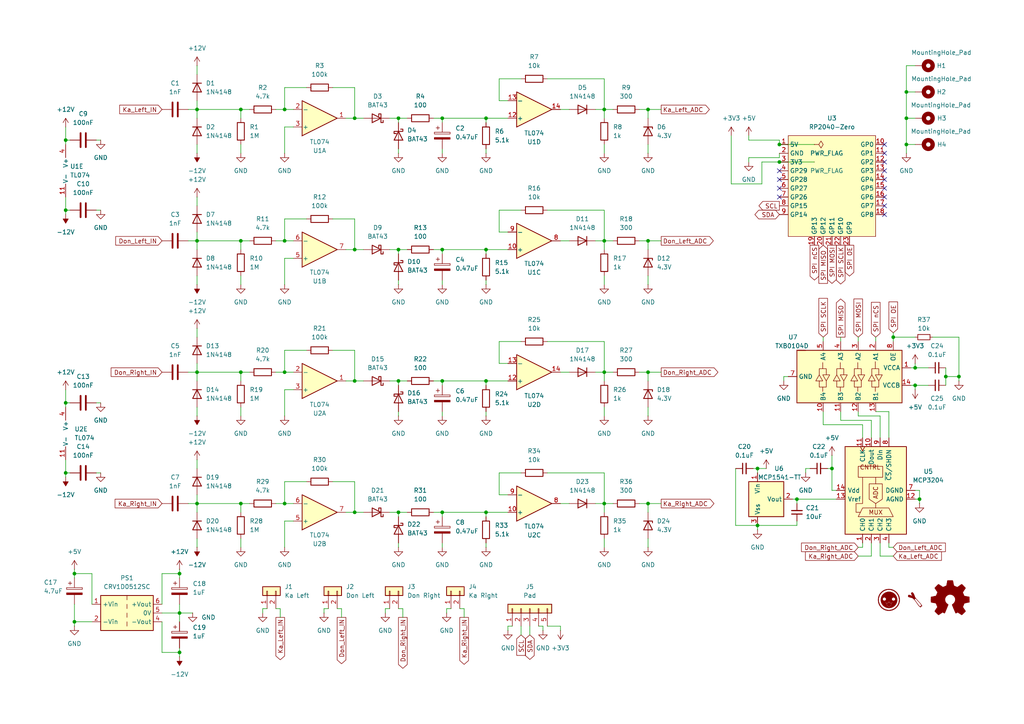
<source format=kicad_sch>
(kicad_sch (version 20250114) (generator "eeschema") (generator_version "9.0")
  (paper "A4")
  (title_block (title "DonConIOmini") (date "2025-07-13") (rev "2") (company "ravinrabbid"))
  (junction (at 128.27 34.29))
  (junction (at 19.05 116.84))
  (junction (at 187.96 69.85))
  (junction (at 219.71 152.4))
  (junction (at 69.85 69.85))
  (junction (at 52.07 189.23))
  (junction (at 266.7 144.78))
  (junction (at 102.87 34.29))
  (junction (at 187.96 107.95))
  (junction (at 57.15 107.95))
  (junction (at 265.43 111.76))
  (junction (at 128.27 110.49))
  (junction (at 19.05 60.96))
  (junction (at 82.55 107.95))
  (junction (at 175.26 146.05))
  (junction (at 140.97 34.29))
  (junction (at 115.57 148.59))
  (junction (at 262.89 34.29))
  (junction (at 82.55 69.85))
  (junction (at 57.15 146.05))
  (junction (at 102.87 72.39))
  (junction (at 115.57 34.29))
  (junction (at 140.97 110.49))
  (junction (at 82.55 31.75))
  (junction (at 69.85 146.05))
  (junction (at 21.59 180.34))
  (junction (at 274.32 109.22))
  (junction (at 115.57 110.49))
  (junction (at 175.26 69.85))
  (junction (at 69.85 31.75))
  (junction (at 140.97 148.59))
  (junction (at 128.27 148.59))
  (junction (at 175.26 31.75))
  (junction (at 69.85 107.95))
  (junction (at 82.55 146.05))
  (junction (at 187.96 146.05))
  (junction (at 265.43 106.68))
  (junction (at 262.89 41.91))
  (junction (at 52.07 177.8))
  (junction (at 140.97 72.39))
  (junction (at 19.05 40.64))
  (junction (at 226.06 46.99))
  (junction (at 259.08 97.79))
  (junction (at 57.15 31.75))
  (junction (at 21.59 166.37))
  (junction (at 102.87 110.49))
  (junction (at 19.05 137.16))
  (junction (at 262.89 26.67))
  (junction (at 128.27 72.39))
  (junction (at 278.13 109.22))
  (junction (at 175.26 107.95))
  (junction (at 219.71 135.89))
  (junction (at 115.57 72.39))
  (junction (at 102.87 148.59))
  (junction (at 231.14 144.78))
  (junction (at 226.06 41.91))
  (junction (at 52.07 166.37))
  (junction (at 187.96 31.75))
  (junction (at 241.3 135.89))
  (junction (at 57.15 69.85))
  (no_connect (at 256.54 46.99))
  (no_connect (at 256.54 59.69))
  (no_connect (at 256.54 62.23))
  (no_connect (at 256.54 52.07))
  (no_connect (at 226.06 49.53))
  (no_connect (at 226.06 52.07))
  (no_connect (at 226.06 54.61))
  (no_connect (at 256.54 44.45))
  (no_connect (at 256.54 57.15))
  (no_connect (at 226.06 57.15))
  (no_connect (at 256.54 54.61))
  (no_connect (at 256.54 41.91))
  (no_connect (at 256.54 49.53))
  (wire (pts (xy 264.16 106.68) (xy 265.43 106.68)))
  (wire (pts (xy 115.57 34.29) (xy 118.11 34.29)))
  (wire (pts (xy 46.99 177.8) (xy 52.07 177.8)))
  (wire (pts (xy 158.75 22.86) (xy 175.26 22.86)))
  (wire (pts (xy 248.92 161.29) (xy 252.73 161.29)))
  (wire (pts (xy 111.76 176.53) (xy 113.03 176.53)))
  (wire (pts (xy 57.15 69.85) (xy 57.15 72.39)))
  (wire (pts (xy 220.98 53.34) (xy 212.09 53.34)))
  (wire (pts (xy 19.05 116.84) (xy 19.05 118.11)))
  (wire (pts (xy 175.26 107.95) (xy 172.72 107.95)))
  (wire (pts (xy 88.9 25.4) (xy 82.55 25.4)))
  (wire (pts (xy 57.15 146.05) (xy 69.85 146.05)))
  (wire (pts (xy 175.26 31.75) (xy 172.72 31.75)))
  (wire (pts (xy 187.96 118.11) (xy 187.96 120.65)))
  (wire (pts (xy 54.61 31.75) (xy 57.15 31.75)))
  (wire (pts (xy 115.57 110.49) (xy 118.11 110.49)))
  (wire (pts (xy 102.87 101.6) (xy 96.52 101.6)))
  (wire (pts (xy 27.94 40.64) (xy 29.21 40.64)))
  (wire (pts (xy 175.26 31.75) (xy 177.8 31.75)))
  (wire (pts (xy 80.01 146.05) (xy 82.55 146.05)))
  (wire (pts (xy 255.27 120.65) (xy 255.27 127)))
  (wire (pts (xy 234.95 135.89) (xy 233.68 135.89)))
  (wire (pts (xy 19.05 113.03) (xy 19.05 116.84)))
  (wire (pts (xy 264.16 111.76) (xy 265.43 111.76)))
  (wire (pts (xy 57.15 146.05) (xy 57.15 148.59)))
  (wire (pts (xy 102.87 139.7) (xy 96.52 139.7)))
  (wire (pts (xy 52.07 166.37) (xy 52.07 167.64)))
  (wire (pts (xy 241.3 135.89) (xy 241.3 142.24)))
  (wire (pts (xy 82.55 74.93) (xy 82.55 82.55)))
  (wire (pts (xy 226.06 41.91) (xy 226.06 40.64)))
  (wire (pts (xy 254 119.38) (xy 257.81 119.38)))
  (wire (pts (xy 57.15 107.95) (xy 57.15 110.49)))
  (wire (pts (xy 128.27 81.28) (xy 128.27 82.55)))
  (wire (pts (xy 175.26 146.05) (xy 172.72 146.05)))
  (wire (pts (xy 82.55 113.03) (xy 85.09 113.03)))
  (wire (pts (xy 115.57 72.39) (xy 118.11 72.39)))
  (wire (pts (xy 175.26 99.06) (xy 175.26 107.95)))
  (wire (pts (xy 46.99 180.34) (xy 46.99 189.23)))
  (wire (pts (xy 274.32 109.22) (xy 274.32 111.76)))
  (wire (pts (xy 46.99 166.37) (xy 52.07 166.37)))
  (wire (pts (xy 52.07 177.8) (xy 55.88 177.8)))
  (wire (pts (xy 217.17 45.72) (xy 217.17 46.99)))
  (wire (pts (xy 219.71 135.89) (xy 219.71 137.16)))
  (wire (pts (xy 21.59 165.1) (xy 21.59 166.37)))
  (wire (pts (xy 128.27 34.29) (xy 128.27 35.56)))
  (wire (pts (xy 57.15 118.11) (xy 57.15 120.65)))
  (wire (pts (xy 80.01 31.75) (xy 82.55 31.75)))
  (wire (pts (xy 140.97 148.59) (xy 140.97 149.86)))
  (wire (pts (xy 21.59 166.37) (xy 26.67 166.37)))
  (wire (pts (xy 69.85 69.85) (xy 69.85 72.39)))
  (wire (pts (xy 259.08 96.52) (xy 259.08 97.79)))
  (wire (pts (xy 115.57 157.48) (xy 115.57 158.75)))
  (wire (pts (xy 144.78 99.06) (xy 144.78 105.41)))
  (wire (pts (xy 151.13 181.61) (xy 151.13 184.15)))
  (wire (pts (xy 76.2 177.8) (xy 76.2 176.53)))
  (wire (pts (xy 219.71 152.4) (xy 231.14 152.4)))
  (wire (pts (xy 236.22 41.91) (xy 226.06 41.91)))
  (wire (pts (xy 229.87 144.78) (xy 231.14 144.78)))
  (wire (pts (xy 102.87 34.29) (xy 105.41 34.29)))
  (wire (pts (xy 231.14 144.78) (xy 242.57 144.78)))
  (wire (pts (xy 82.55 63.5) (xy 82.55 69.85)))
  (wire (pts (xy 278.13 97.79) (xy 278.13 109.22)))
  (wire (pts (xy 187.96 107.95) (xy 191.77 107.95)))
  (wire (pts (xy 250.19 158.75) (xy 250.19 157.48)))
  (wire (pts (xy 187.96 80.01) (xy 187.96 82.55)))
  (wire (pts (xy 93.98 176.53) (xy 95.25 176.53)))
  (wire (pts (xy 175.26 69.85) (xy 175.26 72.39)))
  (wire (pts (xy 255.27 157.48) (xy 255.27 161.29)))
  (wire (pts (xy 102.87 72.39) (xy 102.87 63.5)))
  (wire (pts (xy 175.26 137.16) (xy 175.26 146.05)))
  (wire (pts (xy 93.98 177.8) (xy 93.98 176.53)))
  (wire (pts (xy 238.76 123.19) (xy 250.19 123.19)))
  (wire (pts (xy 243.84 121.92) (xy 252.73 121.92)))
  (wire (pts (xy 21.59 180.34) (xy 26.67 180.34)))
  (wire (pts (xy 140.97 72.39) (xy 147.32 72.39)))
  (wire (pts (xy 257.81 119.38) (xy 257.81 127)))
  (wire (pts (xy 88.9 101.6) (xy 82.55 101.6)))
  (wire (pts (xy 116.84 179.07) (xy 116.84 176.53)))
  (wire (pts (xy 99.06 176.53) (xy 97.79 176.53)))
  (wire (pts (xy 19.05 116.84) (xy 20.32 116.84)))
  (wire (pts (xy 57.15 133.35) (xy 57.15 135.89)))
  (wire (pts (xy 140.97 34.29) (xy 140.97 35.56)))
  (wire (pts (xy 162.56 146.05) (xy 165.1 146.05)))
  (wire (pts (xy 82.55 36.83) (xy 82.55 44.45)))
  (wire (pts (xy 243.84 119.38) (xy 243.84 121.92)))
  (wire (pts (xy 265.43 111.76) (xy 269.24 111.76)))
  (wire (pts (xy 19.05 133.35) (xy 19.05 137.16)))
  (wire (pts (xy 140.97 148.59) (xy 147.32 148.59)))
  (wire (pts (xy 69.85 41.91) (xy 69.85 44.45)))
  (wire (pts (xy 21.59 175.26) (xy 21.59 180.34)))
  (wire (pts (xy 185.42 31.75) (xy 187.96 31.75)))
  (wire (pts (xy 144.78 105.41) (xy 147.32 105.41)))
  (wire (pts (xy 162.56 181.61) (xy 158.75 181.61)))
  (wire (pts (xy 129.54 176.53) (xy 130.81 176.53)))
  (wire (pts (xy 233.68 135.89) (xy 233.68 137.16)))
  (wire (pts (xy 266.7 144.78) (xy 266.7 146.05)))
  (wire (pts (xy 128.27 72.39) (xy 128.27 73.66)))
  (wire (pts (xy 19.05 36.83) (xy 19.05 40.64)))
  (wire (pts (xy 140.97 110.49) (xy 140.97 111.76)))
  (wire (pts (xy 257.81 158.75) (xy 257.81 157.48)))
  (wire (pts (xy 57.15 31.75) (xy 57.15 34.29)))
  (wire (pts (xy 262.89 41.91) (xy 262.89 44.45)))
  (wire (pts (xy 140.97 72.39) (xy 140.97 73.66)))
  (wire (pts (xy 270.51 97.79) (xy 278.13 97.79)))
  (wire (pts (xy 82.55 36.83) (xy 85.09 36.83)))
  (wire (pts (xy 128.27 34.29) (xy 140.97 34.29)))
  (wire (pts (xy 82.55 139.7) (xy 82.55 146.05)))
  (wire (pts (xy 243.84 97.79) (xy 243.84 99.06)))
  (wire (pts (xy 151.13 137.16) (xy 144.78 137.16)))
  (wire (pts (xy 111.76 177.8) (xy 111.76 176.53)))
  (wire (pts (xy 113.03 148.59) (xy 115.57 148.59)))
  (wire (pts (xy 175.26 118.11) (xy 175.26 120.65)))
  (wire (pts (xy 102.87 110.49) (xy 105.41 110.49)))
  (wire (pts (xy 128.27 43.18) (xy 128.27 44.45)))
  (wire (pts (xy 80.01 107.95) (xy 82.55 107.95)))
  (wire (pts (xy 19.05 57.15) (xy 19.05 60.96)))
  (wire (pts (xy 187.96 156.21) (xy 187.96 158.75)))
  (wire (pts (xy 158.75 137.16) (xy 175.26 137.16)))
  (wire (pts (xy 76.2 176.53) (xy 77.47 176.53)))
  (wire (pts (xy 69.85 107.95) (xy 69.85 110.49)))
  (wire (pts (xy 19.05 60.96) (xy 20.32 60.96)))
  (wire (pts (xy 265.43 142.24) (xy 266.7 142.24)))
  (wire (pts (xy 187.96 146.05) (xy 191.77 146.05)))
  (wire (pts (xy 57.15 67.31) (xy 57.15 69.85)))
  (wire (pts (xy 102.87 25.4) (xy 96.52 25.4)))
  (wire (pts (xy 231.14 151.13) (xy 231.14 152.4)))
  (wire (pts (xy 26.67 166.37) (xy 26.67 175.26)))
  (wire (pts (xy 144.78 60.96) (xy 144.78 67.31)))
  (wire (pts (xy 175.26 107.95) (xy 175.26 110.49)))
  (wire (pts (xy 115.57 72.39) (xy 115.57 73.66)))
  (wire (pts (xy 185.42 146.05) (xy 187.96 146.05)))
  (wire (pts (xy 220.98 46.99) (xy 220.98 53.34)))
  (wire (pts (xy 187.96 146.05) (xy 187.96 148.59)))
  (wire (pts (xy 88.9 63.5) (xy 82.55 63.5)))
  (wire (pts (xy 27.94 116.84) (xy 29.21 116.84)))
  (wire (pts (xy 46.99 175.26) (xy 46.99 166.37)))
  (wire (pts (xy 162.56 181.61) (xy 162.56 182.88)))
  (wire (pts (xy 82.55 69.85) (xy 85.09 69.85)))
  (wire (pts (xy 82.55 31.75) (xy 85.09 31.75)))
  (wire (pts (xy 262.89 26.67) (xy 265.43 26.67)))
  (wire (pts (xy 82.55 101.6) (xy 82.55 107.95)))
  (wire (pts (xy 115.57 148.59) (xy 115.57 149.86)))
  (wire (pts (xy 144.78 137.16) (xy 144.78 143.51)))
  (wire (pts (xy 82.55 74.93) (xy 85.09 74.93)))
  (wire (pts (xy 115.57 81.28) (xy 115.57 82.55)))
  (wire (pts (xy 102.87 148.59) (xy 102.87 139.7)))
  (wire (pts (xy 57.15 143.51) (xy 57.15 146.05)))
  (wire (pts (xy 69.85 156.21) (xy 69.85 158.75)))
  (wire (pts (xy 88.9 139.7) (xy 82.55 139.7)))
  (wire (pts (xy 175.26 156.21) (xy 175.26 158.75)))
  (wire (pts (xy 69.85 31.75) (xy 57.15 31.75)))
  (wire (pts (xy 57.15 57.15) (xy 57.15 59.69)))
  (wire (pts (xy 156.21 181.61) (xy 157.48 181.61)))
  (wire (pts (xy 115.57 110.49) (xy 115.57 111.76)))
  (wire (pts (xy 187.96 41.91) (xy 187.96 44.45)))
  (wire (pts (xy 157.48 181.61) (xy 157.48 182.88)))
  (wire (pts (xy 175.26 22.86) (xy 175.26 31.75)))
  (wire (pts (xy 57.15 80.01) (xy 57.15 82.55)))
  (wire (pts (xy 54.61 146.05) (xy 57.15 146.05)))
  (wire (pts (xy 213.36 135.89) (xy 213.36 152.4)))
  (wire (pts (xy 248.92 119.38) (xy 248.92 120.65)))
  (wire (pts (xy 252.73 121.92) (xy 252.73 127)))
  (wire (pts (xy 158.75 99.06) (xy 175.26 99.06)))
  (wire (pts (xy 72.39 107.95) (xy 69.85 107.95)))
  (wire (pts (xy 213.36 152.4) (xy 219.71 152.4)))
  (wire (pts (xy 69.85 107.95) (xy 57.15 107.95)))
  (wire (pts (xy 255.27 161.29) (xy 259.08 161.29)))
  (wire (pts (xy 140.97 81.28) (xy 140.97 82.55)))
  (wire (pts (xy 187.96 69.85) (xy 191.77 69.85)))
  (wire (pts (xy 81.28 176.53) (xy 80.01 176.53)))
  (wire (pts (xy 82.55 113.03) (xy 82.55 120.65)))
  (wire (pts (xy 222.25 135.89) (xy 219.71 135.89)))
  (wire (pts (xy 134.62 179.07) (xy 134.62 176.53)))
  (wire (pts (xy 125.73 34.29) (xy 128.27 34.29)))
  (wire (pts (xy 128.27 148.59) (xy 140.97 148.59)))
  (wire (pts (xy 115.57 119.38) (xy 115.57 120.65)))
  (wire (pts (xy 52.07 177.8) (xy 52.07 180.34)))
  (wire (pts (xy 248.92 120.65) (xy 255.27 120.65)))
  (wire (pts (xy 125.73 110.49) (xy 128.27 110.49)))
  (wire (pts (xy 265.43 111.76) (xy 265.43 113.03)))
  (wire (pts (xy 113.03 110.49) (xy 115.57 110.49)))
  (wire (pts (xy 115.57 148.59) (xy 118.11 148.59)))
  (wire (pts (xy 175.26 80.01) (xy 175.26 82.55)))
  (wire (pts (xy 140.97 157.48) (xy 140.97 158.75)))
  (wire (pts (xy 212.09 39.37) (xy 212.09 53.34)))
  (wire (pts (xy 100.33 110.49) (xy 102.87 110.49)))
  (wire (pts (xy 27.94 137.16) (xy 29.21 137.16)))
  (wire (pts (xy 262.89 34.29) (xy 262.89 41.91)))
  (wire (pts (xy 128.27 110.49) (xy 128.27 111.76)))
  (wire (pts (xy 265.43 106.68) (xy 269.24 106.68)))
  (wire (pts (xy 57.15 156.21) (xy 57.15 158.75)))
  (wire (pts (xy 69.85 146.05) (xy 69.85 148.59)))
  (wire (pts (xy 250.19 123.19) (xy 250.19 127)))
  (wire (pts (xy 175.26 107.95) (xy 177.8 107.95)))
  (wire (pts (xy 265.43 105.41) (xy 265.43 106.68)))
  (wire (pts (xy 238.76 119.38) (xy 238.76 123.19)))
  (wire (pts (xy 134.62 176.53) (xy 133.35 176.53)))
  (wire (pts (xy 19.05 60.96) (xy 19.05 62.23)))
  (wire (pts (xy 162.56 69.85) (xy 165.1 69.85)))
  (wire (pts (xy 140.97 43.18) (xy 140.97 44.45)))
  (wire (pts (xy 262.89 34.29) (xy 265.43 34.29)))
  (wire (pts (xy 52.07 189.23) (xy 52.07 190.5)))
  (wire (pts (xy 128.27 157.48) (xy 128.27 158.75)))
  (wire (pts (xy 217.17 40.64) (xy 226.06 40.64)))
  (wire (pts (xy 57.15 19.05) (xy 57.15 21.59)))
  (wire (pts (xy 162.56 31.75) (xy 165.1 31.75)))
  (wire (pts (xy 128.27 119.38) (xy 128.27 120.65)))
  (wire (pts (xy 259.08 97.79) (xy 259.08 99.06)))
  (wire (pts (xy 69.85 118.11) (xy 69.85 120.65)))
  (wire (pts (xy 219.71 152.4) (xy 219.71 153.67)))
  (wire (pts (xy 54.61 107.95) (xy 57.15 107.95)))
  (wire (pts (xy 238.76 97.79) (xy 238.76 99.06)))
  (wire (pts (xy 147.32 181.61) (xy 147.32 182.88)))
  (wire (pts (xy 82.55 151.13) (xy 85.09 151.13)))
  (wire (pts (xy 102.87 110.49) (xy 102.87 101.6)))
  (wire (pts (xy 80.01 69.85) (xy 82.55 69.85)))
  (wire (pts (xy 218.44 135.89) (xy 219.71 135.89)))
  (wire (pts (xy 262.89 19.05) (xy 262.89 26.67)))
  (wire (pts (xy 57.15 95.25) (xy 57.15 97.79)))
  (wire (pts (xy 113.03 34.29) (xy 115.57 34.29)))
  (wire (pts (xy 252.73 161.29) (xy 252.73 157.48)))
  (wire (pts (xy 129.54 177.8) (xy 129.54 176.53)))
  (wire (pts (xy 116.84 176.53) (xy 115.57 176.53)))
  (wire (pts (xy 151.13 60.96) (xy 144.78 60.96)))
  (wire (pts (xy 185.42 107.95) (xy 187.96 107.95)))
  (wire (pts (xy 19.05 40.64) (xy 19.05 41.91)))
  (wire (pts (xy 175.26 69.85) (xy 177.8 69.85)))
  (wire (pts (xy 100.33 148.59) (xy 102.87 148.59)))
  (wire (pts (xy 102.87 148.59) (xy 105.41 148.59)))
  (wire (pts (xy 82.55 146.05) (xy 85.09 146.05)))
  (wire (pts (xy 153.67 181.61) (xy 153.67 184.15)))
  (wire (pts (xy 187.96 69.85) (xy 187.96 72.39)))
  (wire (pts (xy 54.61 69.85) (xy 57.15 69.85)))
  (wire (pts (xy 19.05 40.64) (xy 20.32 40.64)))
  (wire (pts (xy 82.55 107.95) (xy 85.09 107.95)))
  (wire (pts (xy 217.17 45.72) (xy 226.06 45.72)))
  (wire (pts (xy 187.96 31.75) (xy 187.96 34.29)))
  (wire (pts (xy 57.15 41.91) (xy 57.15 44.45)))
  (wire (pts (xy 52.07 165.1) (xy 52.07 166.37)))
  (wire (pts (xy 148.59 181.61) (xy 147.32 181.61)))
  (wire (pts (xy 115.57 34.29) (xy 115.57 35.56)))
  (wire (pts (xy 128.27 148.59) (xy 128.27 149.86)))
  (wire (pts (xy 19.05 137.16) (xy 20.32 137.16)))
  (wire (pts (xy 265.43 144.78) (xy 266.7 144.78)))
  (wire (pts (xy 144.78 143.51) (xy 147.32 143.51)))
  (wire (pts (xy 175.26 60.96) (xy 175.26 69.85)))
  (wire (pts (xy 158.75 60.96) (xy 175.26 60.96)))
  (wire (pts (xy 128.27 110.49) (xy 140.97 110.49)))
  (wire (pts (xy 102.87 34.29) (xy 102.87 25.4)))
  (wire (pts (xy 21.59 181.61) (xy 21.59 180.34)))
  (wire (pts (xy 102.87 72.39) (xy 105.41 72.39)))
  (wire (pts (xy 140.97 110.49) (xy 147.32 110.49)))
  (wire (pts (xy 241.3 142.24) (xy 242.57 142.24)))
  (wire (pts (xy 278.13 109.22) (xy 274.32 109.22)))
  (wire (pts (xy 82.55 25.4) (xy 82.55 31.75)))
  (wire (pts (xy 100.33 72.39) (xy 102.87 72.39)))
  (wire (pts (xy 82.55 151.13) (xy 82.55 158.75)))
  (wire (pts (xy 226.06 46.99) (xy 220.98 46.99)))
  (wire (pts (xy 227.33 109.22) (xy 228.6 109.22)))
  (wire (pts (xy 57.15 29.21) (xy 57.15 31.75)))
  (wire (pts (xy 262.89 26.67) (xy 262.89 34.29)))
  (wire (pts (xy 128.27 72.39) (xy 140.97 72.39)))
  (wire (pts (xy 175.26 146.05) (xy 175.26 148.59)))
  (wire (pts (xy 254 97.79) (xy 254 99.06)))
  (wire (pts (xy 175.26 41.91) (xy 175.26 44.45)))
  (wire (pts (xy 274.32 106.68) (xy 274.32 109.22)))
  (wire (pts (xy 240.03 135.89) (xy 241.3 135.89)))
  (wire (pts (xy 185.42 69.85) (xy 187.96 69.85)))
  (wire (pts (xy 248.92 97.79) (xy 248.92 99.06)))
  (wire (pts (xy 52.07 189.23) (xy 52.07 187.96)))
  (wire (pts (xy 69.85 69.85) (xy 57.15 69.85)))
  (wire (pts (xy 140.97 119.38) (xy 140.97 120.65)))
  (wire (pts (xy 226.06 44.45) (xy 226.06 45.72)))
  (wire (pts (xy 72.39 31.75) (xy 69.85 31.75)))
  (wire (pts (xy 278.13 110.49) (xy 278.13 109.22)))
  (wire (pts (xy 144.78 22.86) (xy 144.78 29.21)))
  (wire (pts (xy 46.99 189.23) (xy 52.07 189.23)))
  (wire (pts (xy 262.89 19.05) (xy 265.43 19.05)))
  (wire (pts (xy 72.39 69.85) (xy 69.85 69.85)))
  (wire (pts (xy 19.05 137.16) (xy 19.05 138.43)))
  (wire (pts (xy 102.87 63.5) (xy 96.52 63.5)))
  (wire (pts (xy 99.06 179.07) (xy 99.06 176.53)))
  (wire (pts (xy 113.03 72.39) (xy 115.57 72.39)))
  (wire (pts (xy 262.89 41.91) (xy 265.43 41.91)))
  (wire (pts (xy 151.13 99.06) (xy 144.78 99.06)))
  (wire (pts (xy 266.7 142.24) (xy 266.7 144.78)))
  (wire (pts (xy 27.94 60.96) (xy 29.21 60.96)))
  (wire (pts (xy 175.26 69.85) (xy 172.72 69.85)))
  (wire (pts (xy 81.28 179.07) (xy 81.28 176.53)))
  (wire (pts (xy 162.56 107.95) (xy 165.1 107.95)))
  (wire (pts (xy 241.3 132.08) (xy 241.3 135.89)))
  (wire (pts (xy 115.57 43.18) (xy 115.57 44.45)))
  (wire (pts (xy 175.26 31.75) (xy 175.26 34.29)))
  (wire (pts (xy 140.97 34.29) (xy 147.32 34.29)))
  (wire (pts (xy 175.26 146.05) (xy 177.8 146.05)))
  (wire (pts (xy 69.85 31.75) (xy 69.85 34.29)))
  (wire (pts (xy 21.59 166.37) (xy 21.59 167.64)))
  (wire (pts (xy 125.73 148.59) (xy 128.27 148.59)))
  (wire (pts (xy 100.33 34.29) (xy 102.87 34.29)))
  (wire (pts (xy 187.96 31.75) (xy 191.77 31.75)))
  (wire (pts (xy 217.17 40.64) (xy 217.17 39.37)))
  (wire (pts (xy 72.39 146.05) (xy 69.85 146.05)))
  (wire (pts (xy 187.96 107.95) (xy 187.96 110.49)))
  (wire (pts (xy 144.78 67.31) (xy 147.32 67.31)))
  (wire (pts (xy 231.14 144.78) (xy 231.14 146.05)))
  (wire (pts (xy 227.33 109.22) (xy 227.33 110.49)))
  (wire (pts (xy 236.22 46.99) (xy 226.06 46.99)))
  (wire (pts (xy 250.19 158.75) (xy 248.92 158.75)))
  (wire (pts (xy 151.13 22.86) (xy 144.78 22.86)))
  (wire (pts (xy 125.73 72.39) (xy 128.27 72.39)))
  (wire (pts (xy 69.85 80.01) (xy 69.85 82.55)))
  (wire (pts (xy 57.15 105.41) (xy 57.15 107.95)))
  (wire (pts (xy 52.07 175.26) (xy 52.07 177.8)))
  (wire (pts (xy 259.08 97.79) (xy 265.43 97.79)))
  (wire (pts (xy 144.78 29.21) (xy 147.32 29.21)))
  (wire (pts (xy 257.81 158.75) (xy 259.08 158.75)))
  (global_label "Ka_Right_ADC" (shape input) (at 248.92 161.29 180) (property "Intersheetrefs" "${INTERSHEET_REFS}" (effects (hide yes))))
  (global_label "Don_Right_ADC" (shape input) (at 248.92 158.75 180) (property "Intersheetrefs" "${INTERSHEET_REFS}" (effects (hide yes))))
  (global_label "SPI nCS" (shape input) (at 254 97.79 90) (property "Intersheetrefs" "${INTERSHEET_REFS}" (effects (hide yes))))
  (global_label "SPI OE" (shape input) (at 259.08 96.52 90) (property "Intersheetrefs" "${INTERSHEET_REFS}" (effects (hide yes))))
  (global_label "Don_Right_IN" (shape output) (at 116.84 179.07 270) (property "Intersheetrefs" "${INTERSHEET_REFS}" (effects (hide yes))))
  (global_label "SPI MISO" (shape input) (at 238.76 71.12 270) (property "Intersheetrefs" "${INTERSHEET_REFS}" (effects (hide yes))))
  (global_label "SDA" (shape bidirectional) (at 226.06 62.23 180) (property "Intersheetrefs" "${INTERSHEET_REFS}" (effects (hide yes))))
  (global_label "Don_Left_IN" (shape output) (at 99.06 179.07 270) (property "Intersheetrefs" "${INTERSHEET_REFS}" (effects (hide yes))))
  (global_label "Don_Left_ADC" (shape input) (at 259.08 158.75 0) (property "Intersheetrefs" "${INTERSHEET_REFS}" (effects (hide yes))))
  (global_label "Ka_Right_IN" (shape input) (at 46.99 146.05 180) (property "Intersheetrefs" "${INTERSHEET_REFS}" (effects (hide yes))))
  (global_label "SPI MOSI" (shape input) (at 248.92 97.79 90) (property "Intersheetrefs" "${INTERSHEET_REFS}" (effects (hide yes))))
  (global_label "Ka_Right_IN" (shape output) (at 134.62 179.07 270) (property "Intersheetrefs" "${INTERSHEET_REFS}" (effects (hide yes))))
  (global_label "SPI SCLK" (shape output) (at 243.84 71.12 270) (property "Intersheetrefs" "${INTERSHEET_REFS}" (effects (hide yes))))
  (global_label "SPI MISO" (shape output) (at 243.84 97.79 90) (property "Intersheetrefs" "${INTERSHEET_REFS}" (effects (hide yes))))
  (global_label "Ka_Left_ADC" (shape input) (at 259.08 161.29 0) (property "Intersheetrefs" "${INTERSHEET_REFS}" (effects (hide yes))))
  (global_label "Don_Left_ADC" (shape output) (at 191.77 69.85 0) (property "Intersheetrefs" "${INTERSHEET_REFS}" (effects (hide yes))))
  (global_label "SPI OE" (shape output) (at 246.38 71.12 270) (property "Intersheetrefs" "${INTERSHEET_REFS}" (effects (hide yes))))
  (global_label "Don_Right_ADC" (shape output) (at 191.77 107.95 0) (property "Intersheetrefs" "${INTERSHEET_REFS}" (effects (hide yes))))
  (global_label "Don_Left_IN" (shape input) (at 46.99 69.85 180) (property "Intersheetrefs" "${INTERSHEET_REFS}" (effects (hide yes))))
  (global_label "Ka_Left_IN" (shape output) (at 81.28 179.07 270) (property "Intersheetrefs" "${INTERSHEET_REFS}" (effects (hide yes))))
  (global_label "SDA" (shape bidirectional) (at 153.67 184.15 270) (property "Intersheetrefs" "${INTERSHEET_REFS}" (effects (hide yes))))
  (global_label "Ka_Left_ADC" (shape output) (at 191.77 31.75 0) (property "Intersheetrefs" "${INTERSHEET_REFS}" (effects (hide yes))))
  (global_label "Ka_Right_ADC" (shape output) (at 191.77 146.05 0) (property "Intersheetrefs" "${INTERSHEET_REFS}" (effects (hide yes))))
  (global_label "SPI SCLK" (shape input) (at 238.76 97.79 90) (property "Intersheetrefs" "${INTERSHEET_REFS}" (effects (hide yes))))
  (global_label "Ka_Left_IN" (shape input) (at 46.99 31.75 180) (property "Intersheetrefs" "${INTERSHEET_REFS}" (effects (hide yes))))
  (global_label "SCL" (shape output) (at 226.06 59.69 180) (property "Intersheetrefs" "${INTERSHEET_REFS}" (effects (hide yes))))
  (global_label "SPI MOSI" (shape output) (at 241.3 71.12 270) (property "Intersheetrefs" "${INTERSHEET_REFS}" (effects (hide yes))))
  (global_label "SCL" (shape input) (at 151.13 184.15 270) (property "Intersheetrefs" "${INTERSHEET_REFS}" (effects (hide yes))))
  (global_label "Don_Right_IN" (shape input) (at 46.99 107.95 180) (property "Intersheetrefs" "${INTERSHEET_REFS}" (effects (hide yes))))
  (global_label "SPI nCS" (shape output) (at 236.22 71.12 270) (property "Intersheetrefs" "${INTERSHEET_REFS}" (effects (hide yes))))
  (symbol (lib_id "power:GND") (at 233.68 137.16 0) (unit 1)
    (property "Reference" "#PWR079" (effects (hide yes)))
    (property "Value" "GND" (at 233.68 142.24 0))
    (property "Description" "Power symbol creates a global label with name \"GND\" , ground" (effects (hide yes)))
  )
  (symbol (lib_id "power:GND") (at 187.96 82.55 0) (unit 1)
    (property "Reference" "#PWR022" (effects (hide yes)))
    (property "Value" "GND" (at 187.96 87.63 0))
    (property "Description" "Power symbol creates a global label with name \"GND\" , ground" (effects (hide yes)))
  )
  (symbol (lib_id "Diode:1N4148") (at 57.15 101.6 270) (unit 1)
    (property "Reference" "D13" (at 59.69 100.33 90) (effects (justify left)))
    (property "Value" "1N4148" (at 59.69 102.87 90) (effects (justify left)))
    (property "Footprint" "Diode_SMD:D_SOD-323_HandSoldering" (effects (hide yes)))
    (property "Datasheet" "https://assets.nexperia.com/documents/data-sheet/1N4148_1N4448.pdf" (effects (hide yes)))
    (property "Sim.Device" "D" (effects (hide yes)))
    (property "Sim.Pins" "1=K 2=A" (effects (hide yes)))
  )
  (symbol (lib_id "power:GND") (at 217.17 46.99 0) (mirror y) (unit 1)
    (property "Reference" "#PWR061" (effects (hide yes)))
    (property "Value" "GND" (at 217.17 52.07 0))
    (property "Description" "Power symbol creates a global label with name \"GND\" , ground" (effects (hide yes)))
  )
  (symbol (lib_id "Mechanical:MountingHole_Pad") (at 267.97 26.67 270) (unit 1)
    (property "Reference" "H2" (at 273.05 26.67 90))
    (property "Value" "MountingHole_Pad" (at 273.05 22.86 90))
    (property "Footprint" "MountingHole:MountingHole_4.5mm_Pad_TopOnly" (effects (hide yes)))
  )
  (symbol (lib_id "Device:R") (at 175.26 38.1 180) (unit 1)
    (property "Reference" "R8" (at 177.8 36.83 0) (effects (justify right)))
    (property "Value" "1k" (at 177.8 39.37 0) (effects (justify right)))
    (property "Footprint" "Resistor_SMD:R_0805_2012Metric_Pad1.20x1.40mm_HandSolder" (effects (hide yes)))
  )
  (symbol (lib_id "power:GND") (at 187.96 44.45 0) (unit 1)
    (property "Reference" "#PWR011" (effects (hide yes)))
    (property "Value" "GND" (at 187.96 49.53 0))
    (property "Description" "Power symbol creates a global label with name \"GND\" , ground" (effects (hide yes)))
  )
  (symbol (lib_id "power:GND") (at 21.59 181.61 0) (unit 1)
    (property "Reference" "#PWR064" (effects (hide yes)))
    (property "Value" "GND" (at 21.59 186.69 0))
    (property "Description" "Power symbol creates a global label with name \"GND\" , ground" (effects (hide yes)))
  )
  (symbol (lib_id "power:PWR_FLAG") (at 236.22 41.91 270) (mirror x) (unit 1)
    (property "Reference" "#FLG01" (effects (hide yes)))
    (property "Value" "PWR_FLAG" (at 234.95 44.45 90) (effects (justify left)))
  )
  (symbol (lib_id "Amplifier_Operational:TL074") (at 154.94 31.75 0) (mirror x) (unit 4)
    (property "Reference" "U1" (at 154.94 41.148 0))
    (property "Value" "TL074" (at 154.94 38.608 0))
    (property "Footprint" "Package_SO:SOIC-14_3.9x8.7mm_P1.27mm" (effects (hide yes)))
    (property "Datasheet" "http://www.ti.com/lit/ds/symlink/tl071.pdf" (effects (hide yes)))
    (property "Description" "Quad Low-Noise JFET-Input Operational Amplifiers, DIP-14/SOIC-14" (effects (hide yes)))
  )
  (symbol (lib_id "CustomLogos:Leek") (at 265.43 173.99 0) (unit 1) (exclude_from_sim yes) (in_bom no) (on_board no)
    (property "Reference" "#SYM3" (effects (hide yes)))
    (property "Value" "Leek" (effects (hide yes)))
  )
  (symbol (lib_id "power:+12V") (at 57.15 95.25 0) (unit 1)
    (property "Reference" "#PWR025" (effects (hide yes)))
    (property "Value" "+12V" (at 57.15 90.17 0))
    (property "Description" "Power symbol creates a global label with name \"+12V\"" (effects (hide yes)))
  )
  (symbol (lib_id "power:GND") (at 128.27 82.55 0) (unit 1)
    (property "Reference" "#PWR019" (effects (hide yes)))
    (property "Value" "GND" (at 128.27 87.63 0))
    (property "Description" "Power symbol creates a global label with name \"GND\" , ground" (effects (hide yes)))
  )
  (symbol (lib_id "power:+3V3") (at 162.56 182.88 180) (unit 1)
    (property "Reference" "#PWR058" (effects (hide yes)))
    (property "Value" "+3V3" (at 162.56 187.96 0))
    (property "Description" "Power symbol creates a global label with name \"+3V3\"" (effects (hide yes)))
  )
  (symbol (lib_id "power:GND") (at 111.76 177.8 0) (unit 1)
    (property "Reference" "#PWR055" (effects (hide yes)))
    (property "Value" "GND" (at 111.76 182.88 0))
    (property "Description" "Power symbol creates a global label with name \"GND\" , ground" (effects (hide yes)))
  )
  (symbol (lib_id "power:+5V") (at 21.59 165.1 0) (unit 1)
    (property "Reference" "#PWR062" (effects (hide yes)))
    (property "Value" "+5V" (at 21.59 160.02 0))
    (property "Description" "Power symbol creates a global label with name \"+5V\"" (effects (hide yes)))
  )
  (symbol (lib_id "Device:R") (at 92.71 25.4 90) (unit 1)
    (property "Reference" "R3" (at 92.71 19.05 90))
    (property "Value" "100k" (at 92.71 21.59 90))
    (property "Footprint" "Resistor_SMD:R_0805_2012Metric_Pad1.20x1.40mm_HandSolder" (effects (hide yes)))
  )
  (symbol (lib_id "Converter_DCDC:IA0512S") (at 36.83 177.8 0) (unit 1)
    (property "Reference" "PS1" (at 36.83 167.64 0))
    (property "Value" "CRV1D0512SC" (at 36.83 170.18 0))
    (property "Footprint" "Custom:CRV1DxxxSC" (effects (hide yes)))
  )
  (symbol (lib_id "Amplifier_Operational:TL074") (at 154.94 107.95 0) (mirror x) (unit 4)
    (property "Reference" "U2" (at 154.94 117.348 0))
    (property "Value" "TL074" (at 154.94 114.808 0))
    (property "Footprint" "Package_SO:SOIC-14_3.9x8.7mm_P1.27mm" (effects (hide yes)))
    (property "Datasheet" "http://www.ti.com/lit/ds/symlink/tl071.pdf" (effects (hide yes)))
    (property "Description" "Quad Low-Noise JFET-Input Operational Amplifiers, DIP-14/SOIC-14" (effects (hide yes)))
  )
  (symbol (lib_id "Device:R") (at 181.61 107.95 270) (unit 1)
    (property "Reference" "R27" (at 181.61 101.6 90))
    (property "Value" "300" (at 181.61 104.14 90))
    (property "Footprint" "Resistor_SMD:R_0805_2012Metric_Pad1.20x1.40mm_HandSolder" (effects (hide yes)))
  )
  (symbol (lib_id "Device:C_Small") (at 271.78 111.76 270) (unit 1)
    (property "Reference" "C25" (at 271.78 115.57 90))
    (property "Value" "0.1uF" (at 271.78 118.11 90))
    (property "Footprint" "Capacitor_SMD:C_0805_2012Metric_Pad1.18x1.45mm_HandSolder" (effects (hide yes)))
    (property "Description" "Unpolarized capacitor, small symbol" (effects (hide yes)))
  )
  (symbol (lib_id "power:GND") (at 140.97 120.65 0) (unit 1)
    (property "Reference" "#PWR031" (effects (hide yes)))
    (property "Value" "GND" (at 140.97 125.73 0))
    (property "Description" "Power symbol creates a global label with name \"GND\" , ground" (effects (hide yes)))
  )
  (symbol (lib_id "Diode:1N4148") (at 57.15 76.2 270) (unit 1)
    (property "Reference" "D8" (at 59.69 74.93 90) (effects (justify left)))
    (property "Value" "1N4148" (at 59.69 77.47 90) (effects (justify left)))
    (property "Footprint" "Diode_SMD:D_SOD-323_HandSoldering" (effects (hide yes)))
    (property "Datasheet" "https://assets.nexperia.com/documents/data-sheet/1N4148_1N4448.pdf" (effects (hide yes)))
    (property "Sim.Device" "D" (effects (hide yes)))
    (property "Sim.Pins" "1=K 2=A" (effects (hide yes)))
  )
  (symbol (lib_id "Device:R") (at 76.2 69.85 270) (unit 1)
    (property "Reference" "R11" (at 76.2 63.5 90))
    (property "Value" "4.7k" (at 76.2 66.04 90))
    (property "Footprint" "Resistor_SMD:R_0805_2012Metric_Pad1.20x1.40mm_HandSolder" (effects (hide yes)))
  )
  (symbol (lib_id "power:GND") (at 69.85 158.75 0) (unit 1)
    (property "Reference" "#PWR038" (effects (hide yes)))
    (property "Value" "GND" (at 69.85 163.83 0))
    (property "Description" "Power symbol creates a global label with name \"GND\" , ground" (effects (hide yes)))
  )
  (symbol (lib_id "Amplifier_Operational:TL074") (at 154.94 69.85 0) (mirror x) (unit 3)
    (property "Reference" "U1" (at 154.94 78.994 0))
    (property "Value" "TL074" (at 154.94 76.454 0))
    (property "Footprint" "Package_SO:SOIC-14_3.9x8.7mm_P1.27mm" (effects (hide yes)))
    (property "Datasheet" "http://www.ti.com/lit/ds/symlink/tl071.pdf" (effects (hide yes)))
    (property "Description" "Quad Low-Noise JFET-Input Operational Amplifiers, DIP-14/SOIC-14" (effects (hide yes)))
  )
  (symbol (lib_id "power:GND") (at 140.97 44.45 0) (unit 1)
    (property "Reference" "#PWR09" (effects (hide yes)))
    (property "Value" "GND" (at 140.97 49.53 0))
    (property "Description" "Power symbol creates a global label with name \"GND\" , ground" (effects (hide yes)))
  )
  (symbol (lib_id "Diode:1N4148") (at 57.15 38.1 270) (unit 1)
    (property "Reference" "D2" (at 59.69 36.83 90) (effects (justify left)))
    (property "Value" "1N4148" (at 59.69 39.37 90) (effects (justify left)))
    (property "Footprint" "Diode_SMD:D_SOD-323_HandSoldering" (effects (hide yes)))
    (property "Datasheet" "https://assets.nexperia.com/documents/data-sheet/1N4148_1N4448.pdf" (effects (hide yes)))
    (property "Sim.Device" "D" (effects (hide yes)))
    (property "Sim.Pins" "1=K 2=A" (effects (hide yes)))
  )
  (symbol (lib_id "Device:R") (at 92.71 63.5 90) (unit 1)
    (property "Reference" "R12" (at 92.71 57.15 90))
    (property "Value" "100k" (at 92.71 59.69 90))
    (property "Footprint" "Resistor_SMD:R_0805_2012Metric_Pad1.20x1.40mm_HandSolder" (effects (hide yes)))
  )
  (symbol (lib_id "Diode:1N4148") (at 168.91 107.95 180) (unit 1)
    (property "Reference" "D17" (at 168.91 101.6 0))
    (property "Value" "1N4148" (at 168.91 104.14 0))
    (property "Footprint" "Diode_SMD:D_SOD-323_HandSoldering" (effects (hide yes)))
    (property "Datasheet" "https://assets.nexperia.com/documents/data-sheet/1N4148_1N4448.pdf" (effects (hide yes)))
    (property "Sim.Device" "D" (effects (hide yes)))
    (property "Sim.Pins" "1=K 2=A" (effects (hide yes)))
  )
  (symbol (lib_id "power:GND") (at 69.85 82.55 0) (unit 1)
    (property "Reference" "#PWR016" (effects (hide yes)))
    (property "Value" "GND" (at 69.85 87.63 0))
    (property "Description" "Power symbol creates a global label with name \"GND\" , ground" (effects (hide yes)))
  )
  (symbol (lib_id "Device:C") (at 24.13 116.84 90) (unit 1)
    (property "Reference" "C13" (at 24.13 109.22 90))
    (property "Value" "100nF" (at 24.13 111.76 90))
    (property "Footprint" "Capacitor_SMD:C_0805_2012Metric_Pad1.18x1.45mm_HandSolder" (effects (hide yes)))
  )
  (symbol (lib_id "power:GND") (at 219.71 153.67 0) (unit 1)
    (property "Reference" "#PWR077" (effects (hide yes)))
    (property "Value" "GND" (at 219.71 158.75 0))
    (property "Description" "Power symbol creates a global label with name \"GND\" , ground" (effects (hide yes)))
  )
  (symbol (lib_id "Device:R") (at 140.97 39.37 180) (unit 1)
    (property "Reference" "R6" (at 143.51 38.1 0) (effects (justify right)))
    (property "Value" "5.1k" (at 143.51 40.64 0) (effects (justify right)))
    (property "Footprint" "Resistor_SMD:R_0805_2012Metric_Pad1.20x1.40mm_HandSolder" (effects (hide yes)))
  )
  (symbol (lib_id "power:-12V") (at 57.15 120.65 180) (unit 1)
    (property "Reference" "#PWR026" (effects (hide yes)))
    (property "Value" "-12V" (at 57.15 125.73 0))
    (property "Description" "Power symbol creates a global label with name \"-12V\"" (effects (hide yes)))
  )
  (symbol (lib_id "Device:R") (at 76.2 107.95 270) (unit 1)
    (property "Reference" "R20" (at 76.2 101.6 90))
    (property "Value" "4.7k" (at 76.2 104.14 90))
    (property "Footprint" "Resistor_SMD:R_0805_2012Metric_Pad1.20x1.40mm_HandSolder" (effects (hide yes)))
  )
  (symbol (lib_id "Device:C_Polarized") (at 52.07 184.15 0) (unit 1)
    (property "Reference" "C19" (at 55.88 181.991 0) (effects (justify left)))
    (property "Value" "1uF" (at 55.88 184.531 0) (effects (justify left)))
    (property "Footprint" "Capacitor_THT:CP_Radial_D5.0mm_P2.00mm" (effects (hide yes)))
  )
  (symbol (lib_id "power:GND") (at 128.27 120.65 0) (unit 1)
    (property "Reference" "#PWR030" (effects (hide yes)))
    (property "Value" "GND" (at 128.27 125.73 0))
    (property "Description" "Power symbol creates a global label with name \"GND\" , ground" (effects (hide yes)))
  )
  (symbol (lib_id "power:GND") (at 82.55 158.75 0) (unit 1)
    (property "Reference" "#PWR039" (effects (hide yes)))
    (property "Value" "GND" (at 82.55 163.83 0))
    (property "Description" "Power symbol creates a global label with name \"GND\" , ground" (effects (hide yes)))
  )
  (symbol (lib_id "power:GND") (at 140.97 158.75 0) (unit 1)
    (property "Reference" "#PWR042" (effects (hide yes)))
    (property "Value" "GND" (at 140.97 163.83 0))
    (property "Description" "Power symbol creates a global label with name \"GND\" , ground" (effects (hide yes)))
  )
  (symbol (lib_id "Connector_Generic:Conn_01x02") (at 113.03 171.45 90) (unit 1)
    (property "Reference" "J3" (at 118.11 170.18 90) (effects (justify right)))
    (property "Value" "Don Right" (at 118.11 172.72 90) (effects (justify right)))
    (property "Footprint" "Connector_JST:JST_PH_S2B-PH-K_1x02_P2.00mm_Horizontal" (effects (hide yes)))
  )
  (symbol (lib_id "Device:R") (at 175.26 76.2 180) (unit 1)
    (property "Reference" "R17" (at 177.8 74.93 0) (effects (justify right)))
    (property "Value" "1k" (at 177.8 77.47 0) (effects (justify right)))
    (property "Footprint" "Resistor_SMD:R_0805_2012Metric_Pad1.20x1.40mm_HandSolder" (effects (hide yes)))
  )
  (symbol (lib_id "power:GND") (at 69.85 120.65 0) (unit 1)
    (property "Reference" "#PWR027" (effects (hide yes)))
    (property "Value" "GND" (at 69.85 125.73 0))
    (property "Description" "Power symbol creates a global label with name \"GND\" , ground" (effects (hide yes)))
  )
  (symbol (lib_id "power:-12V") (at 57.15 158.75 180) (unit 1)
    (property "Reference" "#PWR037" (effects (hide yes)))
    (property "Value" "-12V" (at 57.15 163.83 0))
    (property "Description" "Power symbol creates a global label with name \"-12V\"" (effects (hide yes)))
  )
  (symbol (lib_id "Device:R") (at 154.94 60.96 90) (unit 1)
    (property "Reference" "R16" (at 154.94 54.61 90))
    (property "Value" "10k" (at 154.94 57.15 90))
    (property "Footprint" "Resistor_SMD:R_0805_2012Metric_Pad1.20x1.40mm_HandSolder" (effects (hide yes)))
  )
  (symbol (lib_id "Device:D_Zener") (at 187.96 114.3 270) (unit 1)
    (property "Reference" "D18" (at 190.5 113.03 90) (effects (justify left)))
    (property "Value" "4.3V" (at 190.5 115.57 90) (effects (justify left)))
    (property "Footprint" "Diode_SMD:D_SOD-323_HandSoldering" (effects (hide yes)))
  )
  (symbol (lib_id "Device:C_Polarized") (at 21.59 171.45 0) (unit 1)
    (property "Reference" "C17" (at 12.7 168.91 0) (effects (justify left)))
    (property "Value" "4.7uF" (at 12.7 171.45 0) (effects (justify left)))
    (property "Footprint" "Capacitor_THT:CP_Radial_D5.0mm_P2.00mm" (effects (hide yes)))
  )
  (symbol (lib_id "Mechanical:MountingHole_Pad") (at 267.97 41.91 270) (unit 1)
    (property "Reference" "H4" (at 271.78 41.91 90) (effects (justify left)))
    (property "Value" "MountingHole_Pad" (at 264.16 38.1 90) (effects (justify left)))
    (property "Footprint" "MountingHole:MountingHole_4.5mm_Pad_TopOnly" (effects (hide yes)))
  )
  (symbol (lib_id "power:-12V") (at 57.15 44.45 180) (unit 1)
    (property "Reference" "#PWR04" (effects (hide yes)))
    (property "Value" "-12V" (at 57.15 49.53 0))
    (property "Description" "Power symbol creates a global label with name \"-12V\"" (effects (hide yes)))
  )
  (symbol (lib_id "power:GND") (at 82.55 120.65 0) (unit 1)
    (property "Reference" "#PWR028" (effects (hide yes)))
    (property "Value" "GND" (at 82.55 125.73 0))
    (property "Description" "Power symbol creates a global label with name \"GND\" , ground" (effects (hide yes)))
  )
  (symbol (lib_id "power:GND") (at 115.57 82.55 0) (unit 1)
    (property "Reference" "#PWR018" (effects (hide yes)))
    (property "Value" "GND" (at 115.57 87.63 0))
    (property "Description" "Power symbol creates a global label with name \"GND\" , ground" (effects (hide yes)))
  )
  (symbol (lib_id "Device:C_Small") (at 271.78 106.68 90) (unit 1)
    (property "Reference" "C24" (at 271.7863 100.33 90))
    (property "Value" "0.1uF" (at 271.7863 102.87 90))
    (property "Footprint" "Capacitor_SMD:C_0805_2012Metric_Pad1.18x1.45mm_HandSolder" (effects (hide yes)))
    (property "Description" "Unpolarized capacitor, small symbol" (effects (hide yes)))
  )
  (symbol (lib_id "power:+3V3") (at 212.09 39.37 0) (mirror y) (unit 1)
    (property "Reference" "#PWR059" (effects (hide yes)))
    (property "Value" "+3V3" (at 212.09 34.29 0))
    (property "Description" "Power symbol creates a global label with name \"+3V3\"" (effects (hide yes)))
  )
  (symbol (lib_id "Diode:1N4148") (at 168.91 146.05 180) (unit 1)
    (property "Reference" "D23" (at 168.91 139.7 0))
    (property "Value" "1N4148" (at 168.91 142.24 0))
    (property "Footprint" "Diode_SMD:D_SOD-323_HandSoldering" (effects (hide yes)))
    (property "Datasheet" "https://assets.nexperia.com/documents/data-sheet/1N4148_1N4448.pdf" (effects (hide yes)))
    (property "Sim.Device" "D" (effects (hide yes)))
    (property "Sim.Pins" "1=K 2=A" (effects (hide yes)))
  )
  (symbol (lib_id "Device:R") (at 92.71 101.6 90) (unit 1)
    (property "Reference" "R21" (at 92.71 95.25 90))
    (property "Value" "100k" (at 92.71 97.79 90))
    (property "Footprint" "Resistor_SMD:R_0805_2012Metric_Pad1.20x1.40mm_HandSolder" (effects (hide yes)))
  )
  (symbol (lib_id "Device:C") (at 24.13 137.16 90) (unit 1)
    (property "Reference" "C14" (at 24.13 129.54 90))
    (property "Value" "100nF" (at 24.13 132.08 90))
    (property "Footprint" "Capacitor_SMD:C_0805_2012Metric_Pad1.18x1.45mm_HandSolder" (effects (hide yes)))
  )
  (symbol (lib_id "Connector_Generic:Conn_01x02") (at 130.81 171.45 90) (unit 1)
    (property "Reference" "J4" (at 135.89 170.18 90) (effects (justify right)))
    (property "Value" "Ka Right" (at 135.89 172.72 90) (effects (justify right)))
    (property "Footprint" "Connector_JST:JST_PH_S2B-PH-K_1x02_P2.00mm_Horizontal" (effects (hide yes)))
  )
  (symbol (lib_id "power:GND") (at 266.7 146.05 0) (unit 1)
    (property "Reference" "#PWR078" (effects (hide yes)))
    (property "Value" "GND" (at 266.7 151.13 0))
    (property "Description" "Power symbol creates a global label with name \"GND\" , ground" (effects (hide yes)))
  )
  (symbol (lib_id "Device:R") (at 181.61 146.05 270) (unit 1)
    (property "Reference" "R36" (at 181.61 139.7 90))
    (property "Value" "300" (at 181.61 142.24 90))
    (property "Footprint" "Resistor_SMD:R_0805_2012Metric_Pad1.20x1.40mm_HandSolder" (effects (hide yes)))
  )
  (symbol (lib_id "power:GND") (at 76.2 177.8 0) (unit 1)
    (property "Reference" "#PWR053" (effects (hide yes)))
    (property "Value" "GND" (at 76.2 182.88 0))
    (property "Description" "Power symbol creates a global label with name \"GND\" , ground" (effects (hide yes)))
  )
  (symbol (lib_id "power:+12V") (at 57.15 133.35 0) (unit 1)
    (property "Reference" "#PWR036" (effects (hide yes)))
    (property "Value" "+12V" (at 57.15 128.27 0))
    (property "Description" "Power symbol creates a global label with name \"+12V\"" (effects (hide yes)))
  )
  (symbol (lib_id "Device:R") (at 175.26 152.4 180) (unit 1)
    (property "Reference" "R35" (at 177.8 151.13 0) (effects (justify right)))
    (property "Value" "1k" (at 177.8 153.67 0) (effects (justify right)))
    (property "Footprint" "Resistor_SMD:R_0805_2012Metric_Pad1.20x1.40mm_HandSolder" (effects (hide yes)))
  )
  (symbol (lib_id "power:GND") (at 82.55 44.45 0) (unit 1)
    (property "Reference" "#PWR01" (effects (hide yes)))
    (property "Value" "GND" (at 82.55 49.53 0))
    (property "Description" "Power symbol creates a global label with name \"GND\" , ground" (effects (hide yes)))
  )
  (symbol (lib_id "Diode:BAT46") (at 115.57 115.57 270) (unit 1)
    (property "Reference" "D16" (at 118.11 113.9825 90) (effects (justify left)))
    (property "Value" "BAT43" (at 118.11 116.5225 90) (effects (justify left)))
    (property "Footprint" "Diode_SMD:D_SOD-323_HandSoldering" (effects (hide yes)))
    (property "Datasheet" "http://www.vishay.com/docs/85662/bat46.pdf" (effects (hide yes)))
  )
  (symbol (lib_id "Device:R") (at 76.2 146.05 270) (unit 1)
    (property "Reference" "R29" (at 76.2 139.7 90))
    (property "Value" "4.7k" (at 76.2 142.24 90))
    (property "Footprint" "Resistor_SMD:R_0805_2012Metric_Pad1.20x1.40mm_HandSolder" (effects (hide yes)))
  )
  (symbol (lib_id "power:GND") (at 140.97 82.55 0) (unit 1)
    (property "Reference" "#PWR020" (effects (hide yes)))
    (property "Value" "GND" (at 140.97 87.63 0))
    (property "Description" "Power symbol creates a global label with name \"GND\" , ground" (effects (hide yes)))
  )
  (symbol (lib_id "Amplifier_Operational:TL074") (at 92.71 110.49 0) (mirror x) (unit 1)
    (property "Reference" "U2" (at 92.71 119.888 0))
    (property "Value" "TL074" (at 92.71 117.348 0))
    (property "Footprint" "Package_SO:SOIC-14_3.9x8.7mm_P1.27mm" (effects (hide yes)))
    (property "Datasheet" "http://www.ti.com/lit/ds/symlink/tl071.pdf" (effects (hide yes)))
    (property "Description" "Quad Low-Noise JFET-Input Operational Amplifiers, DIP-14/SOIC-14" (effects (hide yes)))
  )
  (symbol (lib_id "Diode:1N4148") (at 168.91 69.85 180) (unit 1)
    (property "Reference" "D11" (at 168.91 63.5 0))
    (property "Value" "1N4148" (at 168.91 66.04 0))
    (property "Footprint" "Diode_SMD:D_SOD-323_HandSoldering" (effects (hide yes)))
    (property "Datasheet" "https://assets.nexperia.com/documents/data-sheet/1N4148_1N4448.pdf" (effects (hide yes)))
    (property "Sim.Device" "D" (effects (hide yes)))
    (property "Sim.Pins" "1=K 2=A" (effects (hide yes)))
  )
  (symbol (lib_id "Diode:1N4148") (at 57.15 114.3 270) (unit 1)
    (property "Reference" "D14" (at 59.69 113.03 90) (effects (justify left)))
    (property "Value" "1N4148" (at 59.69 115.57 90) (effects (justify left)))
    (property "Footprint" "Diode_SMD:D_SOD-323_HandSoldering" (effects (hide yes)))
    (property "Datasheet" "https://assets.nexperia.com/documents/data-sheet/1N4148_1N4448.pdf" (effects (hide yes)))
    (property "Sim.Device" "D" (effects (hide yes)))
    (property "Sim.Pins" "1=K 2=A" (effects (hide yes)))
  )
  (symbol (lib_id "Device:R") (at 76.2 31.75 270) (unit 1)
    (property "Reference" "R2" (at 76.2 25.4 90))
    (property "Value" "4.7k" (at 76.2 27.94 90))
    (property "Footprint" "Resistor_SMD:R_0805_2012Metric_Pad1.20x1.40mm_HandSolder" (effects (hide yes)))
  )
  (symbol (lib_id "power:+5V") (at 241.3 132.08 0) (unit 1)
    (property "Reference" "#PWR076" (effects (hide yes)))
    (property "Value" "+5V" (at 241.3 127 0))
    (property "Description" "Power symbol creates a global label with name \"+5V\"" (effects (hide yes)))
  )
  (symbol (lib_id "Connector_Generic:Conn_01x02") (at 95.25 171.45 90) (unit 1)
    (property "Reference" "J2" (at 100.33 170.18 90) (effects (justify right)))
    (property "Value" "Don Left" (at 100.33 172.72 90) (effects (justify right)))
    (property "Footprint" "Connector_JST:JST_PH_S2B-PH-K_1x02_P2.00mm_Horizontal" (effects (hide yes)))
  )
  (symbol (lib_id "power:GND") (at 175.26 120.65 0) (unit 1)
    (property "Reference" "#PWR032" (effects (hide yes)))
    (property "Value" "GND" (at 175.26 125.73 0))
    (property "Description" "Power symbol creates a global label with name \"GND\" , ground" (effects (hide yes)))
  )
  (symbol (lib_id "Device:R") (at 154.94 99.06 90) (unit 1)
    (property "Reference" "R25" (at 154.94 92.71 90))
    (property "Value" "10k" (at 154.94 95.25 90))
    (property "Footprint" "Resistor_SMD:R_0805_2012Metric_Pad1.20x1.40mm_HandSolder" (effects (hide yes)))
  )
  (symbol (lib_id "Device:R") (at 121.92 110.49 90) (unit 1)
    (property "Reference" "R22" (at 121.92 104.14 90))
    (property "Value" "100" (at 121.92 106.68 90))
    (property "Footprint" "Resistor_SMD:R_0805_2012Metric_Pad1.20x1.40mm_HandSolder" (effects (hide yes)))
  )
  (symbol (lib_id "Diode:1N4148") (at 57.15 139.7 270) (unit 1)
    (property "Reference" "D19" (at 59.69 138.43 90) (effects (justify left)))
    (property "Value" "1N4148" (at 59.69 140.97 90) (effects (justify left)))
    (property "Footprint" "Diode_SMD:D_SOD-323_HandSoldering" (effects (hide yes)))
    (property "Datasheet" "https://assets.nexperia.com/documents/data-sheet/1N4148_1N4448.pdf" (effects (hide yes)))
    (property "Sim.Device" "D" (effects (hide yes)))
    (property "Sim.Pins" "1=K 2=A" (effects (hide yes)))
  )
  (symbol (lib_id "Device:R") (at 121.92 34.29 90) (unit 1)
    (property "Reference" "R4" (at 121.92 27.94 90))
    (property "Value" "100" (at 121.92 30.48 90))
    (property "Footprint" "Resistor_SMD:R_0805_2012Metric_Pad1.20x1.40mm_HandSolder" (effects (hide yes)))
  )
  (symbol (lib_id "Amplifier_Operational:TL074") (at 154.94 146.05 0) (mirror x) (unit 3)
    (property "Reference" "U2" (at 154.94 155.194 0))
    (property "Value" "TL074" (at 154.94 152.654 0))
    (property "Footprint" "Package_SO:SOIC-14_3.9x8.7mm_P1.27mm" (effects (hide yes)))
    (property "Datasheet" "http://www.ti.com/lit/ds/symlink/tl071.pdf" (effects (hide yes)))
    (property "Description" "Quad Low-Noise JFET-Input Operational Amplifiers, DIP-14/SOIC-14" (effects (hide yes)))
  )
  (symbol (lib_id "power:GND") (at 278.13 110.49 0) (unit 1)
    (property "Reference" "#PWR081" (effects (hide yes)))
    (property "Value" "GND" (at 278.13 115.57 0))
    (property "Description" "Power symbol creates a global label with name \"GND\" , ground" (effects (hide yes)))
  )
  (symbol (lib_id "Device:D_Zener") (at 187.96 152.4 270) (unit 1)
    (property "Reference" "D24" (at 190.5 151.13 90) (effects (justify left)))
    (property "Value" "4.3V" (at 190.5 153.67 90) (effects (justify left)))
    (property "Footprint" "Diode_SMD:D_SOD-323_HandSoldering" (effects (hide yes)))
  )
  (symbol (lib_id "Diode:1N4148") (at 57.15 25.4 270) (unit 1)
    (property "Reference" "D1" (at 59.69 24.13 90) (effects (justify left)))
    (property "Value" "1N4148" (at 59.69 26.67 90) (effects (justify left)))
    (property "Footprint" "Diode_SMD:D_SOD-323_HandSoldering" (effects (hide yes)))
    (property "Datasheet" "https://assets.nexperia.com/documents/data-sheet/1N4148_1N4448.pdf" (effects (hide yes)))
    (property "Sim.Device" "D" (effects (hide yes)))
    (property "Sim.Pins" "1=K 2=A" (effects (hide yes)))
  )
  (symbol (lib_id "Device:R") (at 69.85 38.1 0) (unit 1)
    (property "Reference" "R1" (at 72.39 36.83 0) (effects (justify left)))
    (property "Value" "1M" (at 72.39 39.37 0) (effects (justify left)))
    (property "Footprint" "Resistor_SMD:R_0805_2012Metric_Pad1.20x1.40mm_HandSolder" (effects (hide yes)))
  )
  (symbol (lib_id "power:+3V3") (at 265.43 105.41 0) (unit 1)
    (property "Reference" "#PWR070" (effects (hide yes)))
    (property "Value" "+3V3" (at 265.43 100.33 0))
    (property "Description" "Power symbol creates a global label with name \"+3V3\"" (effects (hide yes)))
  )
  (symbol (lib_id "Device:C") (at 50.8 31.75 90) (unit 1)
    (property "Reference" "C1" (at 50.8 24.13 90))
    (property "Value" "1nF" (at 50.8 26.67 90))
    (property "Footprint" "Capacitor_THT:C_Rect_L7.2mm_W2.5mm_P5.00mm_FKS2_FKP2_MKS2_MKP2" (effects (hide yes)))
  )
  (symbol (lib_id "Device:C") (at 50.8 146.05 90) (unit 1)
    (property "Reference" "C7" (at 50.8 138.43 90))
    (property "Value" "1nF" (at 50.8 140.97 90))
    (property "Footprint" "Capacitor_THT:C_Rect_L7.2mm_W2.5mm_P5.00mm_FKS2_FKP2_MKS2_MKP2" (effects (hide yes)))
  )
  (symbol (lib_id "Device:R") (at 140.97 153.67 180) (unit 1)
    (property "Reference" "R33" (at 143.51 152.4 0) (effects (justify right)))
    (property "Value" "5.1k" (at 143.51 154.94 0) (effects (justify right)))
    (property "Footprint" "Resistor_SMD:R_0805_2012Metric_Pad1.20x1.40mm_HandSolder" (effects (hide yes)))
  )
  (symbol (lib_id "Diode:BAT46") (at 115.57 77.47 270) (unit 1)
    (property "Reference" "D10" (at 118.11 75.8825 90) (effects (justify left)))
    (property "Value" "BAT43" (at 118.11 78.4225 90) (effects (justify left)))
    (property "Footprint" "Diode_SMD:D_SOD-323_HandSoldering" (effects (hide yes)))
    (property "Datasheet" "http://www.vishay.com/docs/85662/bat46.pdf" (effects (hide yes)))
  )
  (symbol (lib_id "power:GND") (at 128.27 44.45 0) (unit 1)
    (property "Reference" "#PWR08" (effects (hide yes)))
    (property "Value" "GND" (at 128.27 49.53 0))
    (property "Description" "Power symbol creates a global label with name \"GND\" , ground" (effects (hide yes)))
  )
  (symbol (lib_id "power:GND") (at 157.48 182.88 0) (unit 1)
    (property "Reference" "#PWR069" (effects (hide yes)))
    (property "Value" "GND" (at 157.48 187.96 0))
    (property "Description" "Power symbol creates a global label with name \"GND\" , ground" (effects (hide yes)))
  )
  (symbol (lib_id "power:-12V") (at 19.05 62.23 180) (unit 1)
    (property "Reference" "#PWR06" (effects (hide yes)))
    (property "Value" "-12V" (at 19.05 67.31 0))
    (property "Description" "Power symbol creates a global label with name \"-12V\"" (effects (hide yes)))
  )
  (symbol (lib_id "power:GND") (at 187.96 158.75 0) (unit 1)
    (property "Reference" "#PWR044" (effects (hide yes)))
    (property "Value" "GND" (at 187.96 163.83 0))
    (property "Description" "Power symbol creates a global label with name \"GND\" , ground" (effects (hide yes)))
  )
  (symbol (lib_id "Diode:BAT46") (at 115.57 153.67 270) (unit 1)
    (property "Reference" "D22" (at 118.11 152.0825 90) (effects (justify left)))
    (property "Value" "BAT43" (at 118.11 154.6225 90) (effects (justify left)))
    (property "Footprint" "Diode_SMD:D_SOD-323_HandSoldering" (effects (hide yes)))
    (property "Datasheet" "http://www.vishay.com/docs/85662/bat46.pdf" (effects (hide yes)))
  )
  (symbol (lib_id "CustomLogos:Donchan") (at 257.81 173.99 0) (unit 1) (exclude_from_sim yes) (in_bom no) (on_board no)
    (property "Reference" "#SYM2" (effects (hide yes)))
    (property "Value" "Donchan" (effects (hide yes)))
    (property "Footprint" "CustomLogos:Donchan-Logo_6.3mm_Silkscreen" (effects (hide yes)))
  )
  (symbol (lib_id "Device:R_Small") (at 267.97 97.79 90) (unit 1)
    (property "Reference" "R37" (at 267.97 92.71 90))
    (property "Value" "10k" (at 267.97 95.25 90))
    (property "Footprint" "Resistor_SMD:R_0805_2012Metric_Pad1.20x1.40mm_HandSolder" (effects (hide yes)))
    (property "Description" "Resistor, small symbol" (effects (hide yes)))
  )
  (symbol (lib_id "power:GND") (at 93.98 177.8 0) (unit 1)
    (property "Reference" "#PWR054" (effects (hide yes)))
    (property "Value" "GND" (at 93.98 182.88 0))
    (property "Description" "Power symbol creates a global label with name \"GND\" , ground" (effects (hide yes)))
  )
  (symbol (lib_id "Device:R") (at 154.94 22.86 90) (unit 1)
    (property "Reference" "R7" (at 154.94 16.51 90))
    (property "Value" "10k" (at 154.94 19.05 90))
    (property "Footprint" "Resistor_SMD:R_0805_2012Metric_Pad1.20x1.40mm_HandSolder" (effects (hide yes)))
  )
  (symbol (lib_id "Diode:BAT46") (at 109.22 34.29 180) (unit 1)
    (property "Reference" "D3" (at 109.5375 27.94 0))
    (property "Value" "BAT43" (at 109.5375 30.48 0))
    (property "Footprint" "Diode_SMD:D_SOD-323_HandSoldering" (effects (hide yes)))
    (property "Datasheet" "http://www.vishay.com/docs/85662/bat46.pdf" (effects (hide yes)))
  )
  (symbol (lib_id "Device:C_Polarized") (at 128.27 153.67 0) (unit 1)
    (property "Reference" "C8" (at 132.08 151.511 0) (effects (justify left)))
    (property "Value" "0.47uF" (at 132.08 154.051 0) (effects (justify left)))
    (property "Footprint" "Capacitor_SMD:C_1206_3216Metric_Pad1.33x1.80mm_HandSolder" (effects (hide yes)))
  )
  (symbol (lib_id "RP2040-Zero:RP2040-Zero") (at 241.3 46.99 0) (unit 1)
    (property "Reference" "U3" (at 241.3 34.29 0))
    (property "Value" "RP2040-Zero" (at 241.3 36.83 0))
    (property "Footprint" "RP2040-Zero:RP2040 Zero" (effects (hide yes)))
  )
  (symbol (lib_id "Device:R") (at 140.97 115.57 180) (unit 1)
    (property "Reference" "R24" (at 143.51 114.3 0) (effects (justify right)))
    (property "Value" "5.1k" (at 143.51 116.84 0) (effects (justify right)))
    (property "Footprint" "Resistor_SMD:R_0805_2012Metric_Pad1.20x1.40mm_HandSolder" (effects (hide yes)))
  )
  (symbol (lib_id "Diode:BAT46") (at 109.22 110.49 180) (unit 1)
    (property "Reference" "D15" (at 109.5375 104.14 0))
    (property "Value" "BAT43" (at 109.5375 106.68 0))
    (property "Footprint" "Diode_SMD:D_SOD-323_HandSoldering" (effects (hide yes)))
    (property "Datasheet" "http://www.vishay.com/docs/85662/bat46.pdf" (effects (hide yes)))
  )
  (symbol (lib_id "power:GND") (at 29.21 40.64 0) (unit 1)
    (property "Reference" "#PWR045" (effects (hide yes)))
    (property "Value" "GND" (at 29.21 45.72 0))
    (property "Description" "Power symbol creates a global label with name \"GND\" , ground" (effects (hide yes)))
  )
  (symbol (lib_id "Connector_Generic:Conn_01x05") (at 153.67 176.53 90) (unit 1)
    (property "Reference" "J5" (at 153.67 170.18 90))
    (property "Value" "Pad" (at 153.67 172.72 90))
    (property "Footprint" "Connector_JST:JST_PH_S5B-PH-K_1x05_P2.00mm_Horizontal" (effects (hide yes)))
  )
  (symbol (lib_id "Amplifier_Operational:TL074") (at 92.71 34.29 0) (mirror x) (unit 1)
    (property "Reference" "U1" (at 92.71 43.688 0))
    (property "Value" "TL074" (at 92.71 41.148 0))
    (property "Footprint" "Package_SO:SOIC-14_3.9x8.7mm_P1.27mm" (effects (hide yes)))
    (property "Datasheet" "http://www.ti.com/lit/ds/symlink/tl071.pdf" (effects (hide yes)))
    (property "Description" "Quad Low-Noise JFET-Input Operational Amplifiers, DIP-14/SOIC-14" (effects (hide yes)))
  )
  (symbol (lib_id "Logic_LevelTranslator:TXB0104D") (at 246.38 109.22 270) (unit 1)
    (property "Reference" "U7" (at 228.6 97.79 90) (effects (justify left)))
    (property "Value" "TXB0104D" (at 224.79 100.33 90) (effects (justify left)))
    (property "Footprint" "Package_SO:SOIC-14_3.9x8.7mm_P1.27mm" (effects (hide yes)))
    (property "Datasheet" "http://www.ti.com/lit/ds/symlink/txb0104.pdf" (effects (hide yes)))
    (property "Description" "4-Bit Bidirectional Voltage-Level Translator, Auto Direction Sensing and ±15-kV ESD Protection, 1.2 - 3.6V APort, 1.65 - 5.5V BPort, SOIC-14" (effects (hide yes)))
  )
  (symbol (lib_id "Device:R") (at 69.85 114.3 0) (unit 1)
    (property "Reference" "R19" (at 72.39 113.03 0) (effects (justify left)))
    (property "Value" "1M" (at 72.39 115.57 0) (effects (justify left)))
    (property "Footprint" "Resistor_SMD:R_0805_2012Metric_Pad1.20x1.40mm_HandSolder" (effects (hide yes)))
  )
  (symbol (lib_id "Mechanical:MountingHole_Pad") (at 267.97 19.05 270) (unit 1)
    (property "Reference" "H1" (at 273.05 19.05 90))
    (property "Value" "MountingHole_Pad" (at 273.05 15.24 90))
    (property "Footprint" "MountingHole:MountingHole_4.5mm_Pad_TopOnly" (effects (hide yes)))
  )
  (symbol (lib_id "Device:R") (at 181.61 31.75 270) (unit 1)
    (property "Reference" "R9" (at 181.61 25.4 90))
    (property "Value" "300" (at 181.61 27.94 90))
    (property "Footprint" "Resistor_SMD:R_0805_2012Metric_Pad1.20x1.40mm_HandSolder" (effects (hide yes)))
  )
  (symbol (lib_id "Diode:BAT46") (at 109.22 72.39 180) (unit 1)
    (property "Reference" "D9" (at 109.5375 66.04 0))
    (property "Value" "BAT43" (at 109.5375 68.58 0))
    (property "Footprint" "Diode_SMD:D_SOD-323_HandSoldering" (effects (hide yes)))
    (property "Datasheet" "http://www.vishay.com/docs/85662/bat46.pdf" (effects (hide yes)))
  )
  (symbol (lib_id "Diode:BAT46") (at 115.57 39.37 270) (unit 1)
    (property "Reference" "D4" (at 118.11 37.7825 90) (effects (justify left)))
    (property "Value" "BAT43" (at 118.11 40.3225 90) (effects (justify left)))
    (property "Footprint" "Diode_SMD:D_SOD-323_HandSoldering" (effects (hide yes)))
    (property "Datasheet" "http://www.vishay.com/docs/85662/bat46.pdf" (effects (hide yes)))
  )
  (symbol (lib_id "Device:R") (at 121.92 72.39 90) (unit 1)
    (property "Reference" "R13" (at 121.92 66.04 90))
    (property "Value" "100" (at 121.92 68.58 90))
    (property "Footprint" "Resistor_SMD:R_0805_2012Metric_Pad1.20x1.40mm_HandSolder" (effects (hide yes)))
  )
  (symbol (lib_id "power:GND") (at 175.26 158.75 0) (unit 1)
    (property "Reference" "#PWR043" (effects (hide yes)))
    (property "Value" "GND" (at 175.26 163.83 0))
    (property "Description" "Power symbol creates a global label with name \"GND\" , ground" (effects (hide yes)))
  )
  (symbol (lib_id "power:GND") (at 129.54 177.8 0) (unit 1)
    (property "Reference" "#PWR056" (effects (hide yes)))
    (property "Value" "GND" (at 129.54 182.88 0))
    (property "Description" "Power symbol creates a global label with name \"GND\" , ground" (effects (hide yes)))
  )
  (symbol (lib_id "Device:C") (at 24.13 60.96 90) (unit 1)
    (property "Reference" "C10" (at 24.13 53.34 90))
    (property "Value" "100nF" (at 24.13 55.88 90))
    (property "Footprint" "Capacitor_SMD:C_0805_2012Metric_Pad1.18x1.45mm_HandSolder" (effects (hide yes)))
  )
  (symbol (lib_id "power:GND") (at 29.21 137.16 0) (unit 1)
    (property "Reference" "#PWR050" (effects (hide yes)))
    (property "Value" "GND" (at 29.21 142.24 0))
    (property "Description" "Power symbol creates a global label with name \"GND\" , ground" (effects (hide yes)))
  )
  (symbol (lib_id "power:+5V") (at 265.43 113.03 0) (mirror x) (unit 1)
    (property "Reference" "#PWR068" (effects (hide yes)))
    (property "Value" "+5V" (at 265.43 118.11 0))
    (property "Description" "Power symbol creates a global label with name \"+5V\"" (effects (hide yes)))
  )
  (symbol (lib_id "Diode:1N4148") (at 57.15 63.5 270) (unit 1)
    (property "Reference" "D7" (at 59.69 62.23 90) (effects (justify left)))
    (property "Value" "1N4148" (at 59.69 64.77 90) (effects (justify left)))
    (property "Footprint" "Diode_SMD:D_SOD-323_HandSoldering" (effects (hide yes)))
    (property "Datasheet" "https://assets.nexperia.com/documents/data-sheet/1N4148_1N4448.pdf" (effects (hide yes)))
    (property "Sim.Device" "D" (effects (hide yes)))
    (property "Sim.Pins" "1=K 2=A" (effects (hide yes)))
  )
  (symbol (lib_id "Device:C_Small") (at 231.14 148.59 180) (unit 1)
    (property "Reference" "C21" (at 233.68 147.3136 0) (effects (justify right)))
    (property "Value" "10uF" (at 233.68 149.8536 0) (effects (justify right)))
    (property "Footprint" "Capacitor_SMD:C_0805_2012Metric_Pad1.18x1.45mm_HandSolder" (effects (hide yes)))
    (property "Description" "Unpolarized capacitor, small symbol" (effects (hide yes)))
  )
  (symbol (lib_id "Device:C_Small") (at 215.9 135.89 90) (unit 1)
    (property "Reference" "C20" (at 215.9063 129.54 90))
    (property "Value" "0.1uF" (at 215.9063 132.08 90))
    (property "Footprint" "Capacitor_SMD:C_0805_2012Metric_Pad1.18x1.45mm_HandSolder" (effects (hide yes)))
    (property "Description" "Unpolarized capacitor, small symbol" (effects (hide yes)))
  )
  (symbol (lib_id "Amplifier_Operational:TL074") (at 21.59 125.73 0) (unit 5)
    (property "Reference" "U2" (at 21.59 124.4599 0) (effects (justify left)))
    (property "Value" "TL074" (at 21.59 126.9999 0) (effects (justify left)))
    (property "Footprint" "Package_SO:SOIC-14_3.9x8.7mm_P1.27mm" (effects (hide yes)))
    (property "Datasheet" "http://www.ti.com/lit/ds/symlink/tl071.pdf" (effects (hide yes)))
    (property "Description" "Quad Low-Noise JFET-Input Operational Amplifiers, DIP-14/SOIC-14" (effects (hide yes)))
  )
  (symbol (lib_id "power:PWR_FLAG") (at 236.22 46.99 270) (mirror x) (unit 1)
    (property "Reference" "#FLG02" (effects (hide yes)))
    (property "Value" "PWR_FLAG" (at 234.95 49.53 90) (effects (justify left)))
  )
  (symbol (lib_id "power:GND") (at 115.57 158.75 0) (unit 1)
    (property "Reference" "#PWR040" (effects (hide yes)))
    (property "Value" "GND" (at 115.57 163.83 0))
    (property "Description" "Power symbol creates a global label with name \"GND\" , ground" (effects (hide yes)))
  )
  (symbol (lib_id "Device:C_Polarized") (at 52.07 171.45 0) (unit 1)
    (property "Reference" "C18" (at 55.88 169.291 0) (effects (justify left)))
    (property "Value" "1uF" (at 55.88 171.831 0) (effects (justify left)))
    (property "Footprint" "Capacitor_THT:CP_Radial_D5.0mm_P2.00mm" (effects (hide yes)))
  )
  (symbol (lib_id "Amplifier_Operational:TL074") (at 92.71 72.39 0) (mirror x) (unit 2)
    (property "Reference" "U1" (at 92.71 81.534 0))
    (property "Value" "TL074" (at 92.71 78.994 0))
    (property "Footprint" "Package_SO:SOIC-14_3.9x8.7mm_P1.27mm" (effects (hide yes)))
    (property "Datasheet" "http://www.ti.com/lit/ds/symlink/tl071.pdf" (effects (hide yes)))
    (property "Description" "Quad Low-Noise JFET-Input Operational Amplifiers, DIP-14/SOIC-14" (effects (hide yes)))
  )
  (symbol (lib_id "Graphic:Logo_Open_Hardware_Small") (at 275.59 173.99 0) (unit 1) (exclude_from_sim yes) (in_bom no) (on_board no)
    (property "Reference" "#SYM1" (effects (hide yes)))
    (property "Value" "Logo_Open_Hardware_Small" (effects (hide yes)))
    (property "Footprint" "Symbol:OSHW-Logo2_7.3x6mm_SilkScreen" (effects (hide yes)))
  )
  (symbol (lib_id "power:GND") (at 82.55 82.55 0) (unit 1)
    (property "Reference" "#PWR017" (effects (hide yes)))
    (property "Value" "GND" (at 82.55 87.63 0))
    (property "Description" "Power symbol creates a global label with name \"GND\" , ground" (effects (hide yes)))
  )
  (symbol (lib_id "Analog_ADC:MCP3204") (at 252.73 142.24 90) (unit 1)
    (property "Reference" "U5" (at 269.24 136.7439 90))
    (property "Value" "MCP3204" (at 269.24 139.2839 90))
    (property "Footprint" "Package_SO:SOIC-14_3.9x8.7mm_P1.27mm" (effects (hide yes)))
    (property "Datasheet" "http://ww1.microchip.com/downloads/en/DeviceDoc/21298c.pdf" (effects (hide yes)))
    (property "Description" "A/D Converter, 12-Bit, 4-Channel, SPI Interface, 2.7V-5.5V" (effects (hide yes)))
  )
  (symbol (lib_id "power:GND") (at 55.88 177.8 0) (unit 1)
    (property "Reference" "#PWR063" (effects (hide yes)))
    (property "Value" "GND" (at 58.42 179.07 0) (effects (justify left)))
    (property "Description" "Power symbol creates a global label with name \"GND\" , ground" (effects (hide yes)))
  )
  (symbol (lib_id "Device:C_Small") (at 237.49 135.89 90) (unit 1)
    (property "Reference" "C22" (at 237.4963 129.54 90))
    (property "Value" "0.1uF" (at 237.4963 132.08 90))
    (property "Footprint" "Capacitor_SMD:C_0805_2012Metric_Pad1.18x1.45mm_HandSolder" (effects (hide yes)))
    (property "Description" "Unpolarized capacitor, small symbol" (effects (hide yes)))
  )
  (symbol (lib_id "Diode:1N4148") (at 57.15 152.4 270) (unit 1)
    (property "Reference" "D20" (at 59.69 151.13 90) (effects (justify left)))
    (property "Value" "1N4148" (at 59.69 153.67 90) (effects (justify left)))
    (property "Footprint" "Diode_SMD:D_SOD-323_HandSoldering" (effects (hide yes)))
    (property "Datasheet" "https://assets.nexperia.com/documents/data-sheet/1N4148_1N4448.pdf" (effects (hide yes)))
    (property "Sim.Device" "D" (effects (hide yes)))
    (property "Sim.Pins" "1=K 2=A" (effects (hide yes)))
  )
  (symbol (lib_id "power:-12V") (at 57.15 82.55 180) (unit 1)
    (property "Reference" "#PWR015" (effects (hide yes)))
    (property "Value" "-12V" (at 57.15 87.63 0))
    (property "Description" "Power symbol creates a global label with name \"-12V\"" (effects (hide yes)))
  )
  (symbol (lib_id "Device:R") (at 69.85 152.4 0) (unit 1)
    (property "Reference" "R28" (at 72.39 151.13 0) (effects (justify left)))
    (property "Value" "1M" (at 72.39 153.67 0) (effects (justify left)))
    (property "Footprint" "Resistor_SMD:R_0805_2012Metric_Pad1.20x1.40mm_HandSolder" (effects (hide yes)))
  )
  (symbol (lib_id "Device:R") (at 181.61 69.85 270) (unit 1)
    (property "Reference" "R18" (at 181.61 63.5 90))
    (property "Value" "300" (at 181.61 66.04 90))
    (property "Footprint" "Resistor_SMD:R_0805_2012Metric_Pad1.20x1.40mm_HandSolder" (effects (hide yes)))
  )
  (symbol (lib_id "power:GND") (at 187.96 120.65 0) (unit 1)
    (property "Reference" "#PWR033" (effects (hide yes)))
    (property "Value" "GND" (at 187.96 125.73 0))
    (property "Description" "Power symbol creates a global label with name \"GND\" , ground" (effects (hide yes)))
  )
  (symbol (lib_id "power:GND") (at 69.85 44.45 0) (unit 1)
    (property "Reference" "#PWR02" (effects (hide yes)))
    (property "Value" "GND" (at 69.85 49.53 0))
    (property "Description" "Power symbol creates a global label with name \"GND\" , ground" (effects (hide yes)))
  )
  (symbol (lib_id "power:GND") (at 115.57 120.65 0) (unit 1)
    (property "Reference" "#PWR029" (effects (hide yes)))
    (property "Value" "GND" (at 115.57 125.73 0))
    (property "Description" "Power symbol creates a global label with name \"GND\" , ground" (effects (hide yes)))
  )
  (symbol (lib_id "Device:D_Zener") (at 187.96 38.1 270) (unit 1)
    (property "Reference" "D6" (at 190.5 36.83 90) (effects (justify left)))
    (property "Value" "4.3V" (at 190.5 39.37 90) (effects (justify left)))
    (property "Footprint" "Diode_SMD:D_SOD-323_HandSoldering" (effects (hide yes)))
  )
  (symbol (lib_id "power:+12V") (at 19.05 36.83 0) (unit 1)
    (property "Reference" "#PWR05" (effects (hide yes)))
    (property "Value" "+12V" (at 19.05 31.75 0))
    (property "Description" "Power symbol creates a global label with name \"+12V\"" (effects (hide yes)))
  )
  (symbol (lib_id "Amplifier_Operational:TL074") (at 21.59 49.53 0) (unit 5)
    (property "Reference" "U1" (at 20.32 48.2599 0) (effects (justify left)))
    (property "Value" "TL074" (at 20.32 50.7999 0) (effects (justify left)))
    (property "Footprint" "Package_SO:SOIC-14_3.9x8.7mm_P1.27mm" (effects (hide yes)))
    (property "Datasheet" "http://www.ti.com/lit/ds/symlink/tl071.pdf" (effects (hide yes)))
    (property "Description" "Quad Low-Noise JFET-Input Operational Amplifiers, DIP-14/SOIC-14" (effects (hide yes)))
  )
  (symbol (lib_id "power:+5V") (at 222.25 135.89 0) (unit 1)
    (property "Reference" "#PWR075" (effects (hide yes)))
    (property "Value" "+5V" (at 222.25 130.81 0))
    (property "Description" "Power symbol creates a global label with name \"+5V\"" (effects (hide yes)))
  )
  (symbol (lib_id "power:+12V") (at 57.15 19.05 0) (unit 1)
    (property "Reference" "#PWR03" (effects (hide yes)))
    (property "Value" "+12V" (at 57.15 13.97 0))
    (property "Description" "Power symbol creates a global label with name \"+12V\"" (effects (hide yes)))
  )
  (symbol (lib_id "power:+12V") (at 57.15 57.15 0) (unit 1)
    (property "Reference" "#PWR014" (effects (hide yes)))
    (property "Value" "+12V" (at 57.15 52.07 0))
    (property "Description" "Power symbol creates a global label with name \"+12V\"" (effects (hide yes)))
  )
  (symbol (lib_id "Amplifier_Operational:TL074") (at 92.71 148.59 0) (mirror x) (unit 2)
    (property "Reference" "U2" (at 92.71 157.734 0))
    (property "Value" "TL074" (at 92.71 155.194 0))
    (property "Footprint" "Package_SO:SOIC-14_3.9x8.7mm_P1.27mm" (effects (hide yes)))
    (property "Datasheet" "http://www.ti.com/lit/ds/symlink/tl071.pdf" (effects (hide yes)))
    (property "Description" "Quad Low-Noise JFET-Input Operational Amplifiers, DIP-14/SOIC-14" (effects (hide yes)))
  )
  (symbol (lib_id "power:+12V") (at 19.05 113.03 0) (unit 1)
    (property "Reference" "#PWR023" (effects (hide yes)))
    (property "Value" "+12V" (at 19.05 107.95 0))
    (property "Description" "Power symbol creates a global label with name \"+12V\"" (effects (hide yes)))
  )
  (symbol (lib_id "power:GND") (at 29.21 116.84 0) (unit 1)
    (property "Reference" "#PWR049" (effects (hide yes)))
    (property "Value" "GND" (at 29.21 121.92 0))
    (property "Description" "Power symbol creates a global label with name \"GND\" , ground" (effects (hide yes)))
  )
  (symbol (lib_id "Device:C_Polarized") (at 128.27 115.57 0) (unit 1)
    (property "Reference" "C6" (at 132.08 113.411 0) (effects (justify left)))
    (property "Value" "0.47uF" (at 132.08 115.951 0) (effects (justify left)))
    (property "Footprint" "Capacitor_SMD:C_1206_3216Metric_Pad1.33x1.80mm_HandSolder" (effects (hide yes)))
  )
  (symbol (lib_id "Device:R") (at 175.26 114.3 180) (unit 1)
    (property "Reference" "R26" (at 177.8 113.03 0) (effects (justify right)))
    (property "Value" "1k" (at 177.8 115.57 0) (effects (justify right)))
    (property "Footprint" "Resistor_SMD:R_0805_2012Metric_Pad1.20x1.40mm_HandSolder" (effects (hide yes)))
  )
  (symbol (lib_id "power:+5V") (at 217.17 39.37 0) (mirror y) (unit 1)
    (property "Reference" "#PWR060" (effects (hide yes)))
    (property "Value" "+5V" (at 217.17 34.29 0))
    (property "Description" "Power symbol creates a global label with name \"+5V\"" (effects (hide yes)))
  )
  (symbol (lib_id "power:GND") (at 128.27 158.75 0) (unit 1)
    (property "Reference" "#PWR041" (effects (hide yes)))
    (property "Value" "GND" (at 128.27 163.83 0))
    (property "Description" "Power symbol creates a global label with name \"GND\" , ground" (effects (hide yes)))
  )
  (symbol (lib_id "power:GND") (at 115.57 44.45 0) (unit 1)
    (property "Reference" "#PWR07" (effects (hide yes)))
    (property "Value" "GND" (at 115.57 49.53 0))
    (property "Description" "Power symbol creates a global label with name \"GND\" , ground" (effects (hide yes)))
  )
  (symbol (lib_id "Diode:1N4148") (at 168.91 31.75 180) (unit 1)
    (property "Reference" "D5" (at 168.91 25.4 0))
    (property "Value" "1N4148" (at 168.91 27.94 0))
    (property "Footprint" "Diode_SMD:D_SOD-323_HandSoldering" (effects (hide yes)))
    (property "Datasheet" "https://assets.nexperia.com/documents/data-sheet/1N4148_1N4448.pdf" (effects (hide yes)))
    (property "Sim.Device" "D" (effects (hide yes)))
    (property "Sim.Pins" "1=K 2=A" (effects (hide yes)))
  )
  (symbol (lib_id "power:GND") (at 175.26 44.45 0) (unit 1)
    (property "Reference" "#PWR010" (effects (hide yes)))
    (property "Value" "GND" (at 175.26 49.53 0))
    (property "Description" "Power symbol creates a global label with name \"GND\" , ground" (effects (hide yes)))
  )
  (symbol (lib_id "power:GND") (at 227.33 110.49 0) (unit 1)
    (property "Reference" "#PWR067" (effects (hide yes)))
    (property "Value" "GND" (at 227.33 115.57 0))
    (property "Description" "Power symbol creates a global label with name \"GND\" , ground" (effects (hide yes)))
  )
  (symbol (lib_id "power:GND") (at 147.32 182.88 0) (unit 1)
    (property "Reference" "#PWR057" (effects (hide yes)))
    (property "Value" "GND" (at 147.32 187.96 0))
    (property "Description" "Power symbol creates a global label with name \"GND\" , ground" (effects (hide yes)))
  )
  (symbol (lib_id "Device:R") (at 140.97 77.47 180) (unit 1)
    (property "Reference" "R15" (at 143.51 76.2 0) (effects (justify right)))
    (property "Value" "5.1k" (at 143.51 78.74 0) (effects (justify right)))
    (property "Footprint" "Resistor_SMD:R_0805_2012Metric_Pad1.20x1.40mm_HandSolder" (effects (hide yes)))
  )
  (symbol (lib_id "power:-12V") (at 52.07 190.5 180) (unit 1)
    (property "Reference" "#PWR066" (effects (hide yes)))
    (property "Value" "-12V" (at 52.07 195.58 0))
    (property "Description" "Power symbol creates a global label with name \"-12V\"" (effects (hide yes)))
  )
  (symbol (lib_id "Device:R") (at 92.71 139.7 90) (unit 1)
    (property "Reference" "R30" (at 92.71 133.35 90))
    (property "Value" "100k" (at 92.71 135.89 90))
    (property "Footprint" "Resistor_SMD:R_0805_2012Metric_Pad1.20x1.40mm_HandSolder" (effects (hide yes)))
  )
  (symbol (lib_id "Device:C") (at 50.8 107.95 90) (unit 1)
    (property "Reference" "C5" (at 50.8 100.33 90))
    (property "Value" "1nF" (at 50.8 102.87 90))
    (property "Footprint" "Capacitor_THT:C_Rect_L7.2mm_W2.5mm_P5.00mm_FKS2_FKP2_MKS2_MKP2" (effects (hide yes)))
  )
  (symbol (lib_id "Connector_Generic:Conn_01x02") (at 77.47 171.45 90) (unit 1)
    (property "Reference" "J1" (at 82.55 170.18 90) (effects (justify right)))
    (property "Value" "Ka Left" (at 82.55 172.72 90) (effects (justify right)))
    (property "Footprint" "Connector_JST:JST_PH_S2B-PH-K_1x02_P2.00mm_Horizontal" (effects (hide yes)))
  )
  (symbol (lib_id "Mechanical:MountingHole_Pad") (at 267.97 34.29 270) (unit 1)
    (property "Reference" "H3" (at 271.78 34.29 90) (effects (justify left)))
    (property "Value" "MountingHole_Pad" (at 264.16 30.48 90) (effects (justify left)))
    (property "Footprint" "MountingHole:MountingHole_4.5mm_Pad_TopOnly" (effects (hide yes)))
  )
  (symbol (lib_id "Device:D_Zener") (at 187.96 76.2 270) (unit 1)
    (property "Reference" "D12" (at 190.5 74.93 90) (effects (justify left)))
    (property "Value" "4.3V" (at 190.5 77.47 90) (effects (justify left)))
    (property "Footprint" "Diode_SMD:D_SOD-323_HandSoldering" (effects (hide yes)))
  )
  (symbol (lib_id "power:-12V") (at 19.05 138.43 180) (unit 1)
    (property "Reference" "#PWR024" (effects (hide yes)))
    (property "Value" "-12V" (at 19.05 143.51 0))
    (property "Description" "Power symbol creates a global label with name \"-12V\"" (effects (hide yes)))
  )
  (symbol (lib_id "Diode:BAT46") (at 109.22 148.59 180) (unit 1)
    (property "Reference" "D21" (at 109.5375 142.24 0))
    (property "Value" "BAT43" (at 109.5375 144.78 0))
    (property "Footprint" "Diode_SMD:D_SOD-323_HandSoldering" (effects (hide yes)))
    (property "Datasheet" "http://www.vishay.com/docs/85662/bat46.pdf" (effects (hide yes)))
  )
  (symbol (lib_id "Device:C_Polarized") (at 128.27 77.47 0) (unit 1)
    (property "Reference" "C4" (at 132.08 75.311 0) (effects (justify left)))
    (property "Value" "0.47uF" (at 132.08 77.851 0) (effects (justify left)))
    (property "Footprint" "Capacitor_SMD:C_1206_3216Metric_Pad1.33x1.80mm_HandSolder" (effects (hide yes)))
  )
  (symbol (lib_id "Device:C") (at 50.8 69.85 90) (unit 1)
    (property "Reference" "C3" (at 50.8 62.23 90))
    (property "Value" "1nF" (at 50.8 64.77 90))
    (property "Footprint" "Capacitor_THT:C_Rect_L7.2mm_W2.5mm_P5.00mm_FKS2_FKP2_MKS2_MKP2" (effects (hide yes)))
  )
  (symbol (lib_id "Device:R") (at 121.92 148.59 90) (unit 1)
    (property "Reference" "R31" (at 121.92 142.24 90))
    (property "Value" "100" (at 121.92 144.78 90))
    (property "Footprint" "Resistor_SMD:R_0805_2012Metric_Pad1.20x1.40mm_HandSolder" (effects (hide yes)))
  )
  (symbol (lib_id "Reference_Voltage:MCP1541-TT") (at 219.71 144.78 0) (unit 1)
    (property "Reference" "U6" (at 227.33 135.89 0) (effects (justify right)))
    (property "Value" "MCP1541-TT" (at 232.41 138.43 0) (effects (justify right)))
    (property "Footprint" "Package_TO_SOT_SMD:SOT-23" (effects (hide yes)))
    (property "Datasheet" "http://ww1.microchip.com/downloads/en/devicedoc/21653b.pdf" (effects (hide yes)))
    (property "Description" "4.096V Voltage Reference, SOT-23" (effects (hide yes)))
  )
  (symbol (lib_id "power:GND") (at 29.21 60.96 0) (unit 1)
    (property "Reference" "#PWR046" (effects (hide yes)))
    (property "Value" "GND" (at 29.21 66.04 0))
    (property "Description" "Power symbol creates a global label with name \"GND\" , ground" (effects (hide yes)))
  )
  (symbol (lib_id "Device:R") (at 69.85 76.2 0) (unit 1)
    (property "Reference" "R10" (at 72.39 74.93 0) (effects (justify left)))
    (property "Value" "1M" (at 72.39 77.47 0) (effects (justify left)))
    (property "Footprint" "Resistor_SMD:R_0805_2012Metric_Pad1.20x1.40mm_HandSolder" (effects (hide yes)))
  )
  (symbol (lib_id "power:+12V") (at 52.07 165.1 0) (unit 1)
    (property "Reference" "#PWR065" (effects (hide yes)))
    (property "Value" "+12V" (at 52.07 160.02 0))
    (property "Description" "Power symbol creates a global label with name \"+12V\"" (effects (hide yes)))
  )
  (symbol (lib_id "Device:C_Polarized") (at 128.27 39.37 0) (unit 1)
    (property "Reference" "C2" (at 132.08 37.211 0) (effects (justify left)))
    (property "Value" "0.47uF" (at 132.08 39.751 0) (effects (justify left)))
    (property "Footprint" "Capacitor_SMD:C_1206_3216Metric_Pad1.33x1.80mm_HandSolder" (effects (hide yes)))
  )
  (symbol (lib_id "Device:C") (at 24.13 40.64 90) (unit 1)
    (property "Reference" "C9" (at 24.13 33.02 90))
    (property "Value" "100nF" (at 24.13 35.56 90))
    (property "Footprint" "Capacitor_SMD:C_0805_2012Metric_Pad1.18x1.45mm_HandSolder" (effects (hide yes)))
  )
  (symbol (lib_id "power:GND") (at 175.26 82.55 0) (unit 1)
    (property "Reference" "#PWR021" (effects (hide yes)))
    (property "Value" "GND" (at 175.26 87.63 0))
    (property "Description" "Power symbol creates a global label with name \"GND\" , ground" (effects (hide yes)))
  )
  (symbol (lib_id "Device:R") (at 154.94 137.16 90) (unit 1)
    (property "Reference" "R34" (at 154.94 130.81 90))
    (property "Value" "10k" (at 154.94 133.35 90))
    (property "Footprint" "Resistor_SMD:R_0805_2012Metric_Pad1.20x1.40mm_HandSolder" (effects (hide yes)))
  )
  (symbol (lib_id "power:GND") (at 262.89 44.45 0) (unit 1)
    (property "Reference" "#PWR074" (effects (hide yes)))
    (property "Value" "GND" (at 262.89 49.53 0))
    (property "Description" "Power symbol creates a global label with name \"GND\" , ground" (effects (hide yes)))
  )
)
</source>
